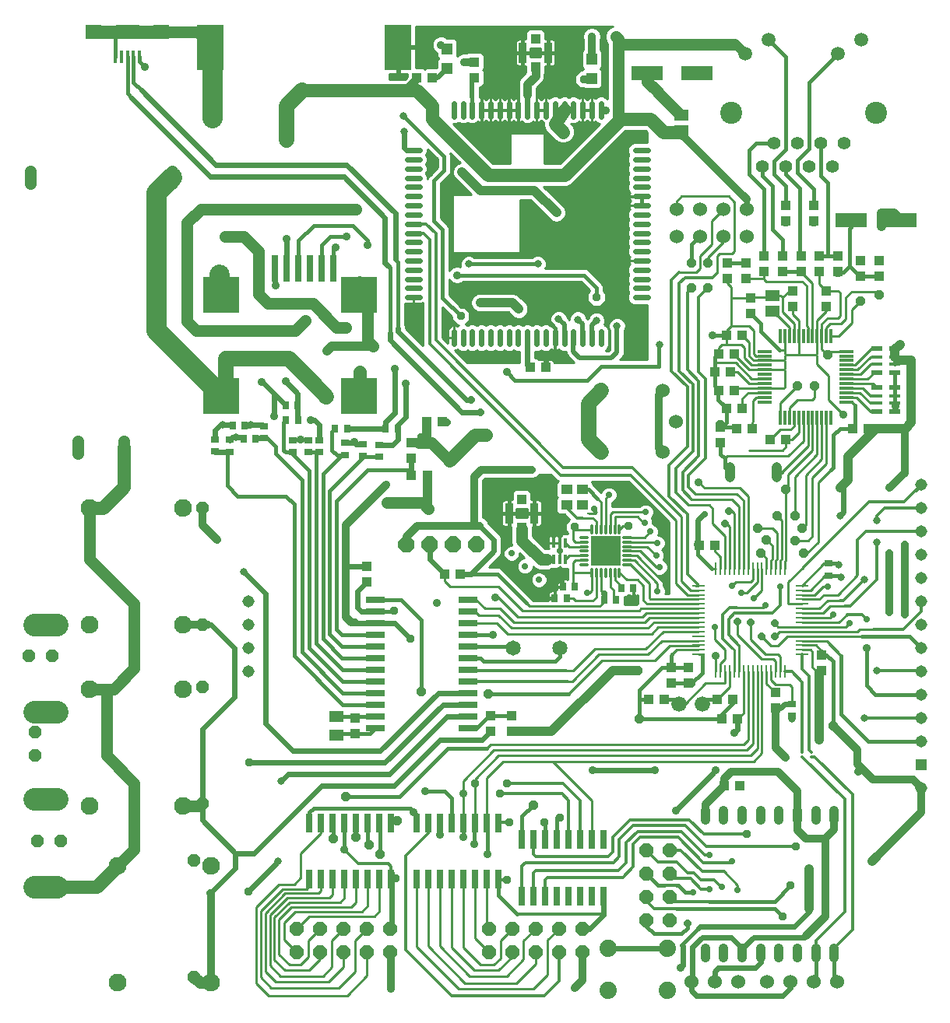
<source format=gtl>
G75*
G70*
%OFA0B0*%
%FSLAX24Y24*%
%IPPOS*%
%LPD*%
%AMOC8*
5,1,8,0,0,1.08239X$1,22.5*
%
%ADD10R,0.0394X0.0433*%
%ADD11R,0.0433X0.0394*%
%ADD12R,0.0354X0.0276*%
%ADD13R,0.0276X0.0354*%
%ADD14R,0.0630X0.0512*%
%ADD15R,0.1378X0.0630*%
%ADD16C,0.0594*%
%ADD17C,0.0945*%
%ADD18C,0.0554*%
%ADD19C,0.0236*%
%ADD20R,0.0260X0.0800*%
%ADD21R,0.0800X0.0260*%
%ADD22R,0.0472X0.0472*%
%ADD23C,0.0440*%
%ADD24R,0.0110X0.0580*%
%ADD25R,0.0580X0.0110*%
%ADD26R,0.0118X0.0591*%
%ADD27R,0.0591X0.0118*%
%ADD28C,0.0650*%
%ADD29C,0.0600*%
%ADD30OC8,0.0600*%
%ADD31R,0.0591X0.0512*%
%ADD32C,0.0740*%
%ADD33C,0.0660*%
%ADD34C,0.0397*%
%ADD35R,0.0169X0.0110*%
%ADD36R,0.0335X0.0866*%
%ADD37R,0.0394X0.0413*%
%ADD38R,0.0295X0.1181*%
%ADD39R,0.1181X0.1969*%
%ADD40C,0.0760*%
%ADD41OC8,0.0520*%
%ADD42C,0.0974*%
%ADD43C,0.0515*%
%ADD44R,0.0515X0.0515*%
%ADD45R,0.0453X0.0173*%
%ADD46R,0.0453X0.0248*%
%ADD47C,0.0118*%
%ADD48R,0.1280X0.1280*%
%ADD49R,0.0472X0.0394*%
%ADD50R,0.0138X0.0098*%
%ADD51R,0.0098X0.0138*%
%ADD52R,0.0138X0.0394*%
%ADD53R,0.0157X0.0551*%
%ADD54R,0.0709X0.0591*%
%ADD55R,0.0984X0.0591*%
%ADD56C,0.0515*%
%ADD57R,0.1575X0.1575*%
%ADD58OC8,0.0700*%
%ADD59C,0.0100*%
%ADD60OC8,0.0396*%
%ADD61C,0.0160*%
%ADD62C,0.0357*%
%ADD63C,0.0400*%
%ADD64C,0.0500*%
%ADD65C,0.0396*%
%ADD66C,0.0240*%
%ADD67C,0.0317*%
%ADD68C,0.0320*%
%ADD69C,0.0120*%
%ADD70OC8,0.0317*%
%ADD71OC8,0.0278*%
%ADD72OC8,0.0357*%
%ADD73C,0.0560*%
%ADD74C,0.0278*%
%ADD75C,0.0860*%
%ADD76C,0.0660*%
%ADD77C,0.0197*%
%ADD78C,0.0228*%
%ADD79C,0.0217*%
%ADD80C,0.0154*%
%ADD81C,0.0366*%
%ADD82C,0.0039*%
D10*
X017538Y012979D03*
X017538Y013648D03*
X018030Y019475D03*
X018030Y020144D03*
X021387Y019810D03*
X022056Y019810D03*
X019950Y024790D03*
X019950Y025459D03*
X023345Y013747D03*
X023345Y013078D03*
X024231Y013078D03*
X024231Y013747D03*
X031072Y015144D03*
X031072Y015814D03*
X031810Y015814D03*
X031810Y015144D03*
X035550Y014731D03*
X035550Y014062D03*
X037519Y015686D03*
X037519Y016355D03*
X033188Y025430D03*
X033188Y026099D03*
X033887Y026060D03*
X034556Y026060D03*
X038857Y026060D03*
X039526Y026060D03*
X037715Y031286D03*
X037715Y031956D03*
X037420Y032763D03*
X037420Y033432D03*
X036288Y031956D03*
X036288Y031286D03*
X035845Y032763D03*
X035845Y033432D03*
X035058Y033432D03*
X035058Y032763D03*
X034467Y031660D03*
X034467Y030991D03*
X033483Y032467D03*
X033483Y033137D03*
X020845Y041080D03*
X020176Y041080D03*
D11*
X022637Y041089D03*
X022637Y041759D03*
X033444Y030046D03*
X034113Y030046D03*
X033769Y029259D03*
X033099Y029259D03*
X032952Y028471D03*
X033621Y028471D03*
X033769Y027684D03*
X033444Y026896D03*
X034113Y026896D03*
X033099Y027684D03*
X035314Y025568D03*
X035983Y025568D03*
X032932Y021040D03*
X032263Y021040D03*
X033050Y014446D03*
X033719Y014446D03*
X033916Y013609D03*
X033247Y013609D03*
X030767Y014446D03*
X030097Y014446D03*
X033345Y010755D03*
X034015Y010755D03*
X020629Y024042D03*
X019959Y024042D03*
X020599Y026355D03*
X021269Y026355D03*
X025028Y028668D03*
X025698Y028668D03*
X034270Y032467D03*
X034270Y033137D03*
X035993Y034928D03*
X035993Y035597D03*
X037174Y035597D03*
X037174Y034928D03*
X036633Y033432D03*
X036633Y032763D03*
X038207Y032763D03*
X038207Y033432D03*
X039192Y033235D03*
X039192Y032566D03*
X039979Y032566D03*
X039979Y033235D03*
D12*
X037814Y020263D03*
X037814Y019751D03*
X036239Y014259D03*
X036239Y013747D03*
X018581Y024839D03*
X018581Y025351D03*
X017863Y025391D03*
X017863Y024879D03*
X017115Y024918D03*
X017115Y025430D03*
X016013Y025548D03*
X015540Y025548D03*
X015540Y025036D03*
X016013Y025036D03*
X014871Y025036D03*
X014871Y025548D03*
X013631Y025637D03*
X013631Y026148D03*
X012164Y025568D03*
X012164Y025056D03*
X011544Y025071D03*
X011544Y025582D03*
D13*
X012302Y026173D03*
X012774Y025627D03*
X012814Y026173D03*
X013286Y025627D03*
X014585Y026424D03*
X015097Y026424D03*
X015078Y027054D03*
X014566Y027054D03*
X016692Y026060D03*
X017204Y026060D03*
X018857Y026060D03*
X019369Y026060D03*
X026436Y019269D03*
X026603Y018776D03*
X026091Y018776D03*
X026948Y019269D03*
X028207Y018727D03*
X028719Y018727D03*
X028946Y019219D03*
X029457Y019219D03*
D14*
X016751Y013707D03*
X016751Y012920D03*
D15*
X038769Y034967D03*
X040894Y034967D03*
X032184Y041267D03*
X030058Y041267D03*
D16*
X034241Y042105D03*
X035241Y042704D03*
X038221Y042105D03*
X039221Y042704D03*
D17*
X039831Y039574D03*
X033631Y039574D03*
D18*
X035481Y038274D03*
X036481Y038274D03*
X037481Y038274D03*
X038481Y038274D03*
X037981Y037274D03*
X036981Y037274D03*
X035981Y037274D03*
X034981Y037274D03*
D19*
X030077Y037182D02*
X029527Y037182D01*
X029527Y037576D02*
X030077Y037576D01*
X030077Y037969D02*
X029527Y037969D01*
X029527Y036788D02*
X030077Y036788D01*
X030077Y036394D02*
X029527Y036394D01*
X029527Y036001D02*
X030077Y036001D01*
X030077Y035607D02*
X029527Y035607D01*
X029527Y035213D02*
X030077Y035213D01*
X030077Y034820D02*
X029527Y034820D01*
X029527Y034426D02*
X030077Y034426D01*
X030077Y034032D02*
X029527Y034032D01*
X029527Y033639D02*
X030077Y033639D01*
X030077Y033245D02*
X029527Y033245D01*
X029527Y032851D02*
X030077Y032851D01*
X030077Y032457D02*
X029527Y032457D01*
X029527Y032064D02*
X030077Y032064D01*
X030077Y031670D02*
X029527Y031670D01*
X028070Y030213D02*
X028070Y029663D01*
X027676Y029663D02*
X027676Y030213D01*
X027282Y030213D02*
X027282Y029663D01*
X026889Y029663D02*
X026889Y030213D01*
X026495Y030213D02*
X026495Y029663D01*
X026101Y029663D02*
X026101Y030213D01*
X025707Y030213D02*
X025707Y029663D01*
X025314Y029663D02*
X025314Y030213D01*
X024920Y030213D02*
X024920Y029663D01*
X024526Y029663D02*
X024526Y030213D01*
X024133Y030213D02*
X024133Y029663D01*
X023739Y029663D02*
X023739Y030213D01*
X023345Y030213D02*
X023345Y029663D01*
X022952Y029663D02*
X022952Y030213D01*
X022558Y030213D02*
X022558Y029663D01*
X022164Y029663D02*
X022164Y030213D01*
X021770Y030213D02*
X021770Y029663D01*
X020313Y031670D02*
X019763Y031670D01*
X019763Y032064D02*
X020313Y032064D01*
X020313Y032457D02*
X019763Y032457D01*
X019763Y032851D02*
X020313Y032851D01*
X020313Y033245D02*
X019763Y033245D01*
X019763Y033639D02*
X020313Y033639D01*
X020313Y034032D02*
X019763Y034032D01*
X019763Y034426D02*
X020313Y034426D01*
X020313Y034820D02*
X019763Y034820D01*
X019763Y035213D02*
X020313Y035213D01*
X020313Y035607D02*
X019763Y035607D01*
X019763Y036001D02*
X020313Y036001D01*
X020313Y036394D02*
X019763Y036394D01*
X019763Y036788D02*
X020313Y036788D01*
X020313Y037182D02*
X019763Y037182D01*
X019763Y037576D02*
X020313Y037576D01*
X020313Y037969D02*
X019763Y037969D01*
X021770Y039427D02*
X021770Y039977D01*
X022164Y039977D02*
X022164Y039427D01*
X022558Y039427D02*
X022558Y039977D01*
X022952Y039977D02*
X022952Y039427D01*
X023345Y039427D02*
X023345Y039977D01*
X023739Y039977D02*
X023739Y039427D01*
X024133Y039427D02*
X024133Y039977D01*
X024526Y039977D02*
X024526Y039427D01*
X024920Y039427D02*
X024920Y039977D01*
X025314Y039977D02*
X025314Y039427D01*
X025707Y039427D02*
X025707Y039977D01*
X026101Y039977D02*
X026101Y039427D01*
X026495Y039427D02*
X026495Y039977D01*
X026889Y039977D02*
X026889Y039427D01*
X027282Y039427D02*
X027282Y039977D01*
X027676Y039977D02*
X027676Y039427D01*
X028070Y039427D02*
X028070Y039977D01*
D20*
X023668Y009160D03*
X023168Y009160D03*
X022668Y009160D03*
X022168Y009160D03*
X021668Y009160D03*
X021168Y009160D03*
X020668Y009160D03*
X020168Y009160D03*
X019091Y009160D03*
X018591Y009160D03*
X018091Y009160D03*
X017591Y009160D03*
X017091Y009160D03*
X016591Y009160D03*
X016091Y009160D03*
X015591Y009160D03*
X015591Y006740D03*
X016091Y006740D03*
X016591Y006740D03*
X017091Y006740D03*
X017591Y006740D03*
X018091Y006740D03*
X018591Y006740D03*
X019091Y006740D03*
X020168Y006740D03*
X020668Y006740D03*
X021168Y006740D03*
X021668Y006740D03*
X022168Y006740D03*
X022668Y006740D03*
X023168Y006740D03*
X023668Y006740D03*
X024682Y006027D03*
X025182Y006027D03*
X025682Y006027D03*
X026182Y006027D03*
X026682Y006027D03*
X027182Y006027D03*
X027682Y006027D03*
X028182Y006027D03*
X028182Y008447D03*
X027682Y008447D03*
X027182Y008447D03*
X026682Y008447D03*
X026182Y008447D03*
X025682Y008447D03*
X025182Y008447D03*
X024682Y008447D03*
D21*
X022373Y013221D03*
X022373Y013721D03*
X022373Y014221D03*
X022373Y014721D03*
X022373Y015221D03*
X022373Y015721D03*
X022373Y016221D03*
X022373Y016721D03*
X022373Y017221D03*
X022373Y017721D03*
X022373Y018221D03*
X022373Y018721D03*
X018413Y018721D03*
X018413Y018221D03*
X018413Y017721D03*
X018413Y017221D03*
X018413Y016721D03*
X018413Y016221D03*
X018413Y015721D03*
X018413Y015221D03*
X018413Y014721D03*
X018413Y014221D03*
X018413Y013721D03*
X018413Y013221D03*
D22*
X027676Y041050D03*
X027676Y041877D03*
X021475Y041493D03*
X021475Y042320D03*
D23*
X033566Y024410D02*
X033566Y023970D01*
X035566Y023970D02*
X035566Y024410D01*
D24*
X035547Y020051D03*
X035357Y020051D03*
X035157Y020051D03*
X034957Y020051D03*
X034767Y020051D03*
X034567Y020051D03*
X034367Y020051D03*
X034167Y020051D03*
X033977Y020051D03*
X033777Y020051D03*
X033577Y020051D03*
X033387Y020051D03*
X033187Y020051D03*
X032987Y020051D03*
X035747Y020051D03*
X035947Y020051D03*
X035947Y015631D03*
X035747Y015631D03*
X035547Y015631D03*
X035357Y015631D03*
X035157Y015631D03*
X034957Y015631D03*
X034767Y015631D03*
X034567Y015631D03*
X034367Y015631D03*
X034167Y015631D03*
X033977Y015631D03*
X033777Y015631D03*
X033577Y015631D03*
X033387Y015631D03*
X033187Y015631D03*
X032987Y015631D03*
D25*
X032257Y016361D03*
X032257Y016561D03*
X032257Y016761D03*
X032257Y016951D03*
X032257Y017151D03*
X032257Y017351D03*
X032257Y017541D03*
X032257Y017741D03*
X032257Y017941D03*
X032257Y018141D03*
X032257Y018331D03*
X032257Y018531D03*
X032257Y018731D03*
X032257Y018921D03*
X032257Y019121D03*
X032257Y019321D03*
X036677Y019321D03*
X036677Y019121D03*
X036677Y018921D03*
X036677Y018731D03*
X036677Y018531D03*
X036677Y018331D03*
X036677Y018141D03*
X036677Y017941D03*
X036677Y017741D03*
X036677Y017541D03*
X036677Y017351D03*
X036677Y017151D03*
X036677Y016951D03*
X036677Y016761D03*
X036677Y016561D03*
X036677Y016361D03*
D26*
X036731Y026522D03*
X036534Y026522D03*
X036337Y026522D03*
X036141Y026522D03*
X035944Y026522D03*
X035747Y026522D03*
X036928Y026522D03*
X037125Y026522D03*
X037322Y026522D03*
X037519Y026522D03*
X037715Y026522D03*
X037912Y026522D03*
X037912Y030026D03*
X037715Y030026D03*
X037519Y030026D03*
X037322Y030026D03*
X037125Y030026D03*
X036928Y030026D03*
X036731Y030026D03*
X036534Y030026D03*
X036337Y030026D03*
X036141Y030026D03*
X035944Y030026D03*
X035747Y030026D03*
D27*
X035078Y029357D03*
X035078Y029160D03*
X035078Y028963D03*
X035078Y028767D03*
X035078Y028570D03*
X035078Y028373D03*
X035078Y028176D03*
X035078Y027979D03*
X035078Y027782D03*
X035078Y027585D03*
X035078Y027389D03*
X035078Y027192D03*
X038581Y027192D03*
X038581Y027389D03*
X038581Y027585D03*
X038581Y027782D03*
X038581Y027979D03*
X038581Y028176D03*
X038581Y028373D03*
X038581Y028570D03*
X038581Y028767D03*
X038581Y028963D03*
X038581Y029160D03*
X038581Y029357D03*
D28*
X026314Y016660D03*
X024314Y016660D03*
D29*
X028080Y025036D03*
X027528Y026355D03*
X028080Y027674D03*
X030717Y027674D03*
X031269Y026355D03*
X030717Y025036D03*
X031294Y034278D03*
X032294Y034278D03*
X033294Y034278D03*
X033294Y035459D03*
X032294Y035459D03*
X031294Y035459D03*
X034294Y035459D03*
X034294Y034278D03*
X033942Y002339D03*
X032942Y002339D03*
X031942Y002339D03*
X035182Y002339D03*
X036182Y002339D03*
X037182Y002339D03*
X038182Y002339D03*
D30*
X031020Y004973D03*
X030020Y004973D03*
X030020Y005973D03*
X030020Y006973D03*
X030020Y007973D03*
X031020Y007973D03*
X031020Y006973D03*
X031020Y005973D03*
X027265Y004621D03*
X026265Y004621D03*
X025265Y004621D03*
X025265Y003621D03*
X026265Y003621D03*
X027265Y003621D03*
X024265Y003621D03*
X023265Y003621D03*
X023265Y004621D03*
X024265Y004621D03*
X019046Y004621D03*
X018046Y004621D03*
X017046Y004621D03*
X016046Y004621D03*
X015046Y004621D03*
X015046Y003621D03*
X016046Y003621D03*
X017046Y003621D03*
X018046Y003621D03*
X019046Y003621D03*
D31*
X035402Y031089D03*
X035402Y031759D03*
X031515Y038816D03*
X031515Y039485D03*
D32*
X030924Y003771D03*
X030924Y001991D03*
X028364Y001991D03*
X028364Y003771D03*
D33*
X031408Y014249D03*
X032408Y014249D03*
D34*
X032538Y009675D02*
X032538Y009278D01*
X033326Y009278D02*
X033326Y009675D01*
X034113Y009675D02*
X034113Y009278D01*
X034900Y009278D02*
X034900Y009675D01*
X035688Y009675D02*
X035688Y009278D01*
X036475Y009278D02*
X036475Y009675D01*
X037263Y009675D02*
X037263Y009278D01*
X038050Y009278D02*
X038050Y009675D01*
X038050Y003767D02*
X038050Y003370D01*
X037263Y003370D02*
X037263Y003767D01*
X036475Y003767D02*
X036475Y003370D01*
X035688Y003370D02*
X035688Y003767D01*
X034900Y003767D02*
X034900Y003370D01*
X034113Y003370D02*
X034113Y003767D01*
X033326Y003767D02*
X033326Y003370D01*
X032538Y003370D02*
X032538Y003767D01*
D35*
X036682Y011983D03*
X036682Y012184D03*
X037076Y012184D03*
X037076Y011983D03*
D36*
X025215Y022418D03*
X024133Y022418D03*
X024723Y042152D03*
X025806Y042152D03*
D37*
X025265Y041552D03*
X025265Y042753D03*
X024674Y023019D03*
X024674Y021818D03*
D38*
X016621Y032918D03*
X016121Y032918D03*
X015621Y032918D03*
X015121Y032918D03*
X014621Y032918D03*
X014121Y032918D03*
D39*
X011341Y042379D03*
X019393Y042379D03*
D40*
X010188Y022654D03*
X006188Y022654D03*
X006188Y017654D03*
X006188Y014879D03*
X010188Y014879D03*
X010188Y017654D03*
X010188Y009879D03*
X011369Y007300D03*
X007369Y007300D03*
X006188Y009879D03*
X007369Y002300D03*
X011369Y002300D03*
D41*
X010648Y002546D03*
X010648Y007546D03*
X011008Y009962D03*
X011008Y014962D03*
X011008Y017635D03*
X011008Y022635D03*
X004593Y016296D03*
X003593Y016296D03*
X003828Y013056D03*
X003828Y012056D03*
X003948Y008393D03*
X004948Y008393D03*
D42*
X004787Y006424D02*
X003813Y006424D01*
X003813Y010164D02*
X004787Y010164D01*
X004787Y013904D02*
X003813Y013904D01*
X003813Y017644D02*
X004787Y017644D01*
D43*
X012975Y017652D03*
X012975Y016652D03*
X012975Y015652D03*
X012975Y018652D03*
X041786Y018652D03*
X041786Y019652D03*
X041786Y020652D03*
X041786Y021652D03*
X041786Y022652D03*
X041786Y023652D03*
X041786Y017652D03*
X041786Y016652D03*
X041786Y015652D03*
X041786Y014652D03*
X041786Y013652D03*
X041786Y012652D03*
X041786Y010652D03*
D44*
X041786Y011652D03*
D45*
X040658Y027133D03*
X040658Y027448D03*
X039891Y027448D03*
X039891Y027133D03*
X039891Y028806D03*
X039891Y029121D03*
X040658Y029121D03*
X040658Y028806D03*
D46*
X040658Y028454D03*
X040658Y027800D03*
X039891Y027800D03*
X039891Y028454D03*
X039891Y029473D03*
X040658Y029473D03*
X040658Y026780D03*
X039891Y026780D03*
D47*
X029339Y021385D02*
X029045Y021385D01*
X029045Y021188D02*
X029339Y021188D01*
X029339Y020991D02*
X029045Y020991D01*
X029045Y020794D02*
X029339Y020794D01*
X029339Y020597D02*
X029045Y020597D01*
X029045Y020400D02*
X029339Y020400D01*
X029339Y020204D02*
X029045Y020204D01*
X028857Y020016D02*
X028857Y019722D01*
X028660Y019722D02*
X028660Y020016D01*
X028463Y020016D02*
X028463Y019722D01*
X028267Y019722D02*
X028267Y020016D01*
X028070Y020016D02*
X028070Y019722D01*
X027873Y019722D02*
X027873Y020016D01*
X027676Y020016D02*
X027676Y019722D01*
X027488Y020204D02*
X027194Y020204D01*
X027194Y020400D02*
X027488Y020400D01*
X027488Y020597D02*
X027194Y020597D01*
X027194Y020794D02*
X027488Y020794D01*
X027488Y020991D02*
X027194Y020991D01*
X027194Y021188D02*
X027488Y021188D01*
X027488Y021385D02*
X027194Y021385D01*
X027676Y021572D02*
X027676Y021866D01*
X027873Y021866D02*
X027873Y021572D01*
X028070Y021572D02*
X028070Y021866D01*
X028267Y021866D02*
X028267Y021572D01*
X028463Y021572D02*
X028463Y021866D01*
X028660Y021866D02*
X028660Y021572D01*
X028857Y021572D02*
X028857Y021866D01*
D48*
X028267Y020794D03*
D49*
X027272Y022772D03*
X026603Y022772D03*
X026603Y023442D03*
X027272Y023442D03*
D50*
X027528Y022418D03*
X027528Y022221D03*
D51*
X027873Y022467D03*
X028070Y022467D03*
D52*
X026554Y021148D03*
X026298Y021148D03*
X026042Y021148D03*
X026042Y020440D03*
X026298Y020440D03*
X026554Y020440D03*
D53*
X008306Y041975D03*
X008050Y041975D03*
X007794Y041975D03*
X007538Y041975D03*
X007282Y041975D03*
D54*
X006337Y043038D03*
X009251Y043038D03*
D55*
X007794Y043038D03*
D56*
X009694Y037075D02*
X009694Y036560D01*
X003631Y036560D02*
X003631Y037075D01*
X005678Y025500D02*
X005678Y024985D01*
X007646Y024985D02*
X007646Y025500D01*
D57*
X011810Y027438D03*
X011810Y031769D03*
X017715Y031769D03*
X017715Y027438D03*
D58*
X019739Y021092D03*
X020739Y021092D03*
X021739Y021092D03*
X022739Y021092D03*
D59*
X023452Y021794D02*
X024214Y021794D01*
X024214Y021821D02*
X024214Y021321D01*
X024211Y021315D01*
X024214Y021230D01*
X024214Y021146D01*
X024217Y021139D01*
X024217Y021132D01*
X024252Y021055D01*
X024256Y021045D01*
X024162Y021045D01*
X024033Y020992D01*
X023935Y020893D01*
X023882Y020765D01*
X023882Y020626D01*
X023935Y020498D01*
X024033Y020400D01*
X024162Y020347D01*
X024301Y020347D01*
X024429Y020400D01*
X024527Y020498D01*
X024580Y020626D01*
X024580Y020694D01*
X024782Y020503D01*
X024752Y020503D01*
X024624Y020450D01*
X024526Y020352D01*
X024473Y020224D01*
X024473Y020085D01*
X024526Y019957D01*
X024624Y019858D01*
X024752Y019805D01*
X024891Y019805D01*
X025019Y019858D01*
X025118Y019957D01*
X025171Y020085D01*
X025171Y020138D01*
X025190Y020119D01*
X025171Y020119D01*
X025190Y020119D02*
X025250Y020060D01*
X025257Y020057D01*
X025262Y020052D01*
X025341Y020022D01*
X025419Y019990D01*
X025426Y019990D01*
X025433Y019987D01*
X025518Y019990D01*
X025848Y019990D01*
X025953Y020033D01*
X026198Y020033D01*
X026258Y020093D01*
X026298Y020093D01*
X026298Y020133D01*
X026298Y020133D01*
X026298Y020133D01*
X026298Y020093D01*
X026338Y020093D01*
X026398Y020033D01*
X026629Y020033D01*
X026629Y019586D01*
X026593Y019596D01*
X026455Y019596D01*
X026455Y019287D01*
X026417Y019287D01*
X026417Y019250D01*
X026148Y019250D01*
X026148Y019104D01*
X026110Y019104D01*
X026110Y018795D01*
X026072Y018795D01*
X026072Y018757D01*
X025804Y018757D01*
X025804Y018692D01*
X025138Y018692D01*
X025117Y018744D01*
X023886Y019974D01*
X023805Y020056D01*
X023698Y020100D01*
X023265Y020100D01*
X023773Y020607D01*
X023823Y020728D01*
X023823Y021352D01*
X023773Y021473D01*
X023680Y021566D01*
X023241Y022005D01*
X023201Y022101D01*
X023097Y022205D01*
X023026Y022235D01*
X023026Y023840D01*
X023105Y023918D01*
X025191Y023918D01*
X025327Y023975D01*
X025431Y024079D01*
X025436Y024091D01*
X025916Y024091D01*
X026194Y023813D01*
X026230Y023799D01*
X026157Y023726D01*
X026157Y023158D01*
X026208Y023107D01*
X026157Y023056D01*
X026157Y022489D01*
X026280Y022366D01*
X026510Y022366D01*
X026718Y022157D01*
X026549Y021988D01*
X026549Y021667D01*
X026629Y021587D01*
X026629Y021555D01*
X026398Y021555D01*
X026338Y021495D01*
X026298Y021495D01*
X026209Y021495D01*
X026171Y021485D01*
X026170Y021484D01*
X026169Y021485D01*
X026131Y021495D01*
X026042Y021495D01*
X025953Y021495D01*
X025915Y021485D01*
X025881Y021465D01*
X025853Y021437D01*
X025833Y021403D01*
X025823Y021365D01*
X025823Y021148D01*
X025823Y020932D01*
X025829Y020910D01*
X025693Y020910D01*
X025134Y021436D01*
X025134Y021821D01*
X025128Y021835D01*
X025182Y021835D01*
X025182Y022384D01*
X025249Y022384D01*
X025249Y021835D01*
X025402Y021835D01*
X025441Y021845D01*
X025475Y021865D01*
X025503Y021893D01*
X025522Y021927D01*
X025533Y021965D01*
X025533Y022384D01*
X025249Y022384D01*
X025249Y022452D01*
X025182Y022452D01*
X025182Y023001D01*
X025081Y023001D01*
X025081Y023312D01*
X024958Y023435D01*
X024390Y023435D01*
X024267Y023312D01*
X024267Y023001D01*
X024166Y023001D01*
X024166Y022452D01*
X024099Y022452D01*
X024099Y023001D01*
X023946Y023001D01*
X023907Y022991D01*
X023873Y022971D01*
X023845Y022943D01*
X023826Y022909D01*
X023815Y022871D01*
X023815Y022452D01*
X024099Y022452D01*
X024099Y022384D01*
X024166Y022384D01*
X024166Y021835D01*
X024220Y021835D01*
X024214Y021821D01*
X024166Y021892D02*
X024099Y021892D01*
X024099Y021835D02*
X024099Y022384D01*
X023815Y022384D01*
X023815Y021965D01*
X023826Y021927D01*
X023845Y021893D01*
X023873Y021865D01*
X023907Y021845D01*
X023946Y021835D01*
X024099Y021835D01*
X024099Y021991D02*
X024166Y021991D01*
X024166Y022089D02*
X024099Y022089D01*
X024099Y022188D02*
X024166Y022188D01*
X024166Y022286D02*
X024099Y022286D01*
X024099Y022385D02*
X023026Y022385D01*
X023026Y022483D02*
X023815Y022483D01*
X023815Y022582D02*
X023026Y022582D01*
X023026Y022680D02*
X023815Y022680D01*
X023815Y022779D02*
X023026Y022779D01*
X023026Y022877D02*
X023817Y022877D01*
X023881Y022976D02*
X023026Y022976D01*
X023026Y023074D02*
X024267Y023074D01*
X024267Y023173D02*
X023026Y023173D01*
X023026Y023271D02*
X024267Y023271D01*
X024325Y023370D02*
X023026Y023370D01*
X023026Y023468D02*
X026157Y023468D01*
X026157Y023370D02*
X025023Y023370D01*
X025081Y023271D02*
X026157Y023271D01*
X026157Y023173D02*
X025081Y023173D01*
X025081Y023074D02*
X026175Y023074D01*
X026157Y022976D02*
X025467Y022976D01*
X025475Y022971D02*
X025441Y022991D01*
X025402Y023001D01*
X025249Y023001D01*
X025249Y022452D01*
X025533Y022452D01*
X025533Y022871D01*
X025522Y022909D01*
X025503Y022943D01*
X025475Y022971D01*
X025531Y022877D02*
X026157Y022877D01*
X026157Y022779D02*
X025533Y022779D01*
X025533Y022680D02*
X026157Y022680D01*
X026157Y022582D02*
X025533Y022582D01*
X025533Y022483D02*
X026162Y022483D01*
X026261Y022385D02*
X025249Y022385D01*
X025182Y022385D02*
X024166Y022385D01*
X024166Y022384D02*
X024166Y022452D01*
X024450Y022452D01*
X024450Y022602D01*
X024898Y022602D01*
X024898Y022452D01*
X025182Y022452D01*
X025182Y022384D01*
X024898Y022384D01*
X024898Y022234D01*
X024450Y022234D01*
X024450Y022384D01*
X024166Y022384D01*
X024166Y022483D02*
X024099Y022483D01*
X024099Y022582D02*
X024166Y022582D01*
X024166Y022680D02*
X024099Y022680D01*
X024099Y022779D02*
X024166Y022779D01*
X024166Y022877D02*
X024099Y022877D01*
X024099Y022976D02*
X024166Y022976D01*
X024450Y022582D02*
X024898Y022582D01*
X024898Y022483D02*
X024450Y022483D01*
X024450Y022286D02*
X024898Y022286D01*
X025182Y022286D02*
X025249Y022286D01*
X025249Y022188D02*
X025182Y022188D01*
X025182Y022089D02*
X025249Y022089D01*
X025249Y021991D02*
X025182Y021991D01*
X025182Y021892D02*
X025249Y021892D01*
X025134Y021794D02*
X026549Y021794D01*
X026549Y021892D02*
X025502Y021892D01*
X025533Y021991D02*
X026552Y021991D01*
X026650Y022089D02*
X025533Y022089D01*
X025533Y022188D02*
X026688Y022188D01*
X026589Y022286D02*
X025533Y022286D01*
X025249Y022483D02*
X025182Y022483D01*
X025182Y022582D02*
X025249Y022582D01*
X025249Y022680D02*
X025182Y022680D01*
X025182Y022779D02*
X025249Y022779D01*
X025249Y022877D02*
X025182Y022877D01*
X025182Y022976D02*
X025249Y022976D01*
X025294Y023961D02*
X026047Y023961D01*
X026145Y023862D02*
X023049Y023862D01*
X023026Y023764D02*
X026195Y023764D01*
X026157Y023665D02*
X023026Y023665D01*
X023026Y023567D02*
X026157Y023567D01*
X025948Y024059D02*
X025411Y024059D01*
X026603Y022772D02*
X026702Y022802D01*
X027282Y022221D02*
X027528Y022221D01*
X027725Y022221D01*
X027873Y022074D01*
X027873Y021719D01*
X028070Y021719D02*
X028070Y022467D01*
X028070Y022910D01*
X027922Y023058D01*
X028080Y023310D02*
X027719Y023671D01*
X027719Y023726D01*
X027672Y023772D01*
X029252Y023772D01*
X030973Y022050D01*
X030973Y018991D01*
X030826Y018991D01*
X030830Y019002D01*
X030830Y019141D01*
X030777Y019269D01*
X030741Y019305D01*
X030741Y019468D01*
X030702Y019563D01*
X030508Y019757D01*
X030510Y019756D01*
X030649Y019756D01*
X030777Y019809D01*
X030875Y019907D01*
X030929Y020036D01*
X030929Y020175D01*
X030875Y020303D01*
X030777Y020401D01*
X030736Y020418D01*
X030781Y020528D01*
X030781Y020667D01*
X030728Y020795D01*
X030679Y020843D01*
X030777Y020941D01*
X030830Y021069D01*
X030830Y021208D01*
X030777Y021336D01*
X030679Y021434D01*
X030551Y021488D01*
X030504Y021488D01*
X030535Y021561D01*
X030535Y021700D01*
X030482Y021828D01*
X030384Y021927D01*
X030289Y021966D01*
X030289Y022094D01*
X030236Y022221D01*
X030285Y022270D01*
X030338Y022398D01*
X030338Y022537D01*
X030285Y022665D01*
X030187Y022763D01*
X030058Y022816D01*
X029920Y022816D01*
X029791Y022763D01*
X029755Y022727D01*
X028527Y022727D01*
X028527Y022874D01*
X028612Y022910D01*
X028710Y023008D01*
X028763Y023136D01*
X028763Y023275D01*
X028710Y023403D01*
X028612Y023501D01*
X028484Y023555D01*
X028345Y023555D01*
X028216Y023501D01*
X028118Y023403D01*
X028080Y023310D01*
X028104Y023370D02*
X028020Y023370D01*
X027922Y023468D02*
X028183Y023468D01*
X028414Y023206D02*
X028267Y023058D01*
X028267Y021719D01*
X028463Y021719D02*
X028463Y022369D01*
X028562Y022467D01*
X029989Y022467D01*
X030338Y022483D02*
X030540Y022483D01*
X030639Y022385D02*
X030333Y022385D01*
X030292Y022286D02*
X030737Y022286D01*
X030836Y022188D02*
X030250Y022188D01*
X030289Y022089D02*
X030934Y022089D01*
X030973Y021991D02*
X030289Y021991D01*
X030418Y021892D02*
X030973Y021892D01*
X030973Y021794D02*
X030496Y021794D01*
X030535Y021695D02*
X030973Y021695D01*
X030973Y021597D02*
X030535Y021597D01*
X030509Y021498D02*
X030973Y021498D01*
X030973Y021400D02*
X030713Y021400D01*
X030791Y021301D02*
X030973Y021301D01*
X030973Y021203D02*
X030830Y021203D01*
X030830Y021104D02*
X030973Y021104D01*
X030973Y021006D02*
X030804Y021006D01*
X030744Y020907D02*
X030973Y020907D01*
X030973Y020809D02*
X030714Y020809D01*
X030763Y020710D02*
X030973Y020710D01*
X030973Y020612D02*
X030781Y020612D01*
X030775Y020513D02*
X030973Y020513D01*
X030973Y020415D02*
X030744Y020415D01*
X030862Y020316D02*
X030973Y020316D01*
X030973Y020218D02*
X030911Y020218D01*
X030929Y020119D02*
X030973Y020119D01*
X030973Y020021D02*
X030922Y020021D01*
X030882Y019922D02*
X030973Y019922D01*
X030973Y019824D02*
X030792Y019824D01*
X030973Y019725D02*
X030540Y019725D01*
X030638Y019627D02*
X030973Y019627D01*
X030973Y019528D02*
X030716Y019528D01*
X030741Y019430D02*
X030973Y019430D01*
X030973Y019331D02*
X030741Y019331D01*
X030792Y019233D02*
X030973Y019233D01*
X030924Y019269D02*
X030875Y019318D01*
X029595Y020597D01*
X029192Y020597D01*
X029192Y020400D02*
X029497Y020400D01*
X030481Y019416D01*
X030481Y019072D01*
X030830Y019036D02*
X030973Y019036D01*
X030973Y019134D02*
X030830Y019134D01*
X031269Y019416D02*
X031269Y022123D01*
X029349Y024042D01*
X029497Y024288D02*
X031515Y022270D01*
X031515Y019515D01*
X031908Y019121D01*
X032257Y019121D01*
X032257Y019121D01*
X032257Y018921D02*
X031763Y018921D01*
X031269Y019416D01*
X032105Y019318D02*
X032109Y019321D01*
X032257Y019321D01*
X032212Y019367D01*
X032204Y019367D01*
X032257Y018731D02*
X030182Y018731D01*
X030137Y018776D01*
X030137Y019416D01*
X029349Y020204D01*
X029192Y020204D01*
X028857Y019869D02*
X029162Y019564D01*
X029644Y019564D01*
X029891Y019318D01*
X029891Y018678D01*
X030037Y018531D01*
X032257Y018531D01*
X032257Y018331D02*
X029790Y018331D01*
X029694Y018235D01*
X024723Y018235D01*
X023690Y019269D01*
X021623Y019269D01*
X021387Y019505D01*
X021387Y019810D01*
X022378Y018727D02*
X022373Y018721D01*
X022711Y018721D01*
X023099Y018333D01*
X023739Y018333D01*
X024330Y017743D01*
X029940Y017743D01*
X030138Y017941D01*
X032257Y017941D01*
X032257Y017741D02*
X030332Y017741D01*
X030087Y017497D01*
X024231Y017497D01*
X023690Y018038D01*
X022853Y018038D01*
X022670Y018221D01*
X022373Y018221D01*
X022386Y018235D01*
X022465Y018629D02*
X022373Y018721D01*
X022416Y018678D01*
X022393Y017741D02*
X022373Y017721D01*
X023613Y017721D01*
X024083Y017251D01*
X030235Y017251D01*
X030526Y017541D01*
X032257Y017541D01*
X032257Y017351D02*
X032255Y017349D01*
X030727Y017349D01*
X029989Y016611D01*
X027824Y016611D01*
X026889Y015676D01*
X026593Y015676D01*
X026631Y015221D02*
X026828Y015221D01*
X027971Y016365D01*
X030087Y016365D01*
X030678Y016956D01*
X030875Y016956D01*
X030879Y016951D01*
X032257Y016951D01*
X032257Y016761D02*
X032255Y016759D01*
X031022Y016759D01*
X030383Y016119D01*
X028119Y016119D01*
X026692Y014692D01*
X024231Y013078D02*
X024231Y013068D01*
X023493Y012280D02*
X022168Y010956D01*
X022168Y010410D01*
X022168Y009160D01*
X022668Y009160D02*
X022668Y010853D01*
X022668Y011013D01*
X023690Y012034D01*
X034467Y012034D01*
X034767Y012334D01*
X034767Y015631D01*
X034957Y015631D02*
X034957Y012131D01*
X034615Y011788D01*
X026003Y011788D01*
X027676Y010115D01*
X027676Y008453D01*
X026003Y011788D02*
X023887Y011788D01*
X023168Y011070D01*
X023168Y009160D01*
X023168Y006740D02*
X023168Y004717D01*
X023265Y004621D01*
X023764Y004120D02*
X024265Y004621D01*
X024758Y004114D02*
X025265Y004621D01*
X025771Y004128D02*
X026265Y004621D01*
X025771Y004128D02*
X025771Y002649D01*
X025166Y002044D01*
X021967Y002044D01*
X020168Y003843D01*
X020168Y006740D01*
X020668Y006740D02*
X020668Y003875D01*
X022253Y002290D01*
X024428Y002290D01*
X025265Y003127D01*
X025265Y003621D01*
X024758Y003309D02*
X024758Y004114D01*
X024265Y003621D02*
X024265Y003406D01*
X023690Y002831D01*
X022656Y002831D01*
X021668Y003820D01*
X021668Y006740D01*
X021168Y006740D02*
X021168Y003877D01*
X022459Y002585D01*
X024034Y002585D01*
X024758Y003309D01*
X023764Y003348D02*
X023764Y004120D01*
X023265Y003621D02*
X022668Y004217D01*
X022668Y006740D01*
X022168Y006740D02*
X022168Y003812D01*
X022902Y003078D01*
X023493Y003078D01*
X023764Y003348D01*
X018591Y005361D02*
X018375Y005144D01*
X015570Y005144D01*
X015046Y004621D01*
X014507Y004869D02*
X014979Y005341D01*
X017833Y005341D01*
X018091Y005599D01*
X018091Y006740D01*
X017591Y006740D02*
X017591Y005739D01*
X017391Y005538D01*
X014822Y005538D01*
X014290Y005007D01*
X014290Y003520D01*
X014733Y003078D01*
X015225Y003078D01*
X015545Y003397D01*
X015545Y004120D01*
X016046Y004621D01*
X016544Y004119D02*
X017046Y004621D01*
X016544Y004119D02*
X016544Y002969D01*
X016160Y002585D01*
X014339Y002585D01*
X013896Y003028D01*
X013896Y005194D01*
X014635Y005932D01*
X016456Y005932D01*
X016591Y006068D01*
X016591Y006740D01*
X016091Y006740D02*
X016091Y006257D01*
X015963Y006129D01*
X014536Y006129D01*
X013700Y005292D01*
X013700Y002782D01*
X014143Y002339D01*
X016406Y002339D01*
X017046Y002979D01*
X017046Y003621D01*
X017543Y004118D02*
X018046Y004621D01*
X017543Y004118D02*
X017543Y002787D01*
X016849Y002093D01*
X013946Y002093D01*
X013503Y002536D01*
X013503Y005391D01*
X014438Y006326D01*
X015471Y006326D01*
X015591Y006446D01*
X015225Y006818D02*
X014930Y006522D01*
X014290Y006522D01*
X013306Y005538D01*
X013306Y002290D01*
X013847Y001749D01*
X017194Y001749D01*
X018046Y002601D01*
X018046Y003621D01*
X018591Y005361D02*
X018591Y006740D01*
X017091Y006740D02*
X017091Y005928D01*
X016898Y005735D01*
X014733Y005735D01*
X014093Y005095D01*
X014093Y003274D01*
X014536Y002831D01*
X015570Y002831D01*
X016046Y003308D01*
X016046Y003621D01*
X016046Y003505D01*
X015046Y003621D02*
X014507Y004160D01*
X014507Y004869D01*
X015225Y006818D02*
X015225Y007851D01*
X016091Y008717D01*
X016091Y009160D01*
X023168Y012349D02*
X023345Y012526D01*
X034172Y012526D01*
X034367Y012722D01*
X034367Y015631D01*
X034167Y015631D02*
X034167Y013860D01*
X033916Y013609D01*
X033050Y014446D02*
X033577Y014973D01*
X033577Y015631D01*
X033387Y015631D02*
X033387Y015135D01*
X032548Y015135D01*
X031662Y014249D01*
X031408Y014249D01*
X032987Y015631D02*
X032991Y015635D01*
X032991Y016316D01*
X033187Y015971D02*
X033187Y015631D01*
X033187Y015971D02*
X033385Y016168D01*
X033385Y016562D01*
X032942Y017005D01*
X032942Y017546D01*
X032257Y018141D02*
X029994Y018141D01*
X029841Y017989D01*
X024526Y017989D01*
X023690Y018826D01*
X023542Y018826D01*
X024332Y019528D02*
X025063Y019528D01*
X025063Y019494D02*
X025116Y019366D01*
X025214Y019268D01*
X025343Y019215D01*
X025482Y019215D01*
X025610Y019268D01*
X025708Y019366D01*
X025761Y019494D01*
X025761Y019633D01*
X025708Y019762D01*
X025610Y019860D01*
X025482Y019913D01*
X025343Y019913D01*
X025214Y019860D01*
X025116Y019762D01*
X025063Y019633D01*
X025063Y019494D01*
X025090Y019430D02*
X024431Y019430D01*
X024529Y019331D02*
X025151Y019331D01*
X025299Y019233D02*
X024628Y019233D01*
X024726Y019134D02*
X026148Y019134D01*
X026072Y019104D02*
X025934Y019104D01*
X025896Y019093D01*
X025861Y019074D01*
X025834Y019046D01*
X025814Y019011D01*
X025804Y018973D01*
X025804Y018795D01*
X026072Y018795D01*
X026072Y019104D01*
X026072Y019036D02*
X026110Y019036D01*
X026110Y018937D02*
X026072Y018937D01*
X026072Y018839D02*
X026110Y018839D01*
X025804Y018839D02*
X025022Y018839D01*
X025118Y018740D02*
X025804Y018740D01*
X025804Y018937D02*
X024923Y018937D01*
X024825Y019036D02*
X025828Y019036D01*
X025673Y019331D02*
X026148Y019331D01*
X026148Y019287D02*
X026417Y019287D01*
X026417Y019596D01*
X026278Y019596D01*
X026240Y019585D01*
X026206Y019566D01*
X026178Y019538D01*
X026158Y019504D01*
X026148Y019465D01*
X026148Y019287D01*
X026148Y019233D02*
X025525Y019233D01*
X025735Y019430D02*
X026148Y019430D01*
X026173Y019528D02*
X025761Y019528D01*
X025761Y019627D02*
X026629Y019627D01*
X026629Y019725D02*
X025723Y019725D01*
X025646Y019824D02*
X026629Y019824D01*
X026629Y019922D02*
X025083Y019922D01*
X025144Y020021D02*
X025344Y020021D01*
X025179Y019824D02*
X024936Y019824D01*
X025101Y019725D02*
X024135Y019725D01*
X024234Y019627D02*
X025063Y019627D01*
X024707Y019824D02*
X024037Y019824D01*
X023938Y019922D02*
X024560Y019922D01*
X024499Y020021D02*
X023840Y020021D01*
X024018Y020415D02*
X023580Y020415D01*
X023482Y020316D02*
X024511Y020316D01*
X024473Y020218D02*
X023383Y020218D01*
X023285Y020119D02*
X024473Y020119D01*
X024444Y020415D02*
X024589Y020415D01*
X024533Y020513D02*
X024772Y020513D01*
X024667Y020612D02*
X024574Y020612D01*
X024229Y021104D02*
X023823Y021104D01*
X023823Y021006D02*
X024068Y021006D01*
X023949Y020907D02*
X023823Y020907D01*
X023823Y020809D02*
X023900Y020809D01*
X023882Y020710D02*
X023815Y020710D01*
X023775Y020612D02*
X023888Y020612D01*
X023929Y020513D02*
X023679Y020513D01*
X023823Y021203D02*
X024214Y021203D01*
X024212Y021301D02*
X023823Y021301D01*
X023803Y021400D02*
X024214Y021400D01*
X024214Y021498D02*
X023747Y021498D01*
X023649Y021597D02*
X024214Y021597D01*
X024214Y021695D02*
X023550Y021695D01*
X023353Y021892D02*
X023846Y021892D01*
X023815Y021991D02*
X023255Y021991D01*
X023206Y022089D02*
X023815Y022089D01*
X023815Y022188D02*
X023115Y022188D01*
X023026Y022286D02*
X023815Y022286D01*
X025134Y021695D02*
X026549Y021695D01*
X026619Y021597D02*
X025134Y021597D01*
X025134Y021498D02*
X026341Y021498D01*
X026298Y021495D02*
X026298Y021455D01*
X026298Y021495D01*
X026298Y021455D02*
X026298Y021455D01*
X026042Y021495D02*
X026042Y021148D01*
X025823Y021148D01*
X026042Y021148D01*
X026042Y021148D01*
X026042Y021148D01*
X026275Y021148D01*
X026275Y021148D01*
X026261Y021148D01*
X026042Y021148D01*
X026042Y021495D01*
X026042Y021400D02*
X026042Y021400D01*
X026042Y021301D02*
X026042Y021301D01*
X026042Y021203D02*
X026042Y021203D01*
X026042Y021148D02*
X026042Y021148D01*
X025823Y021104D02*
X025486Y021104D01*
X025591Y021006D02*
X025823Y021006D01*
X025823Y021203D02*
X025381Y021203D01*
X025277Y021301D02*
X025823Y021301D01*
X025833Y021400D02*
X025172Y021400D01*
X025757Y020450D02*
X026032Y020450D01*
X026042Y020440D01*
X026298Y020440D02*
X026298Y021148D01*
X026554Y021148D02*
X026711Y020991D01*
X027341Y020991D01*
X027341Y021188D02*
X026987Y021188D01*
X026889Y021286D01*
X026889Y021729D01*
X026898Y021719D01*
X026938Y021719D01*
X026938Y021828D01*
X026938Y021719D02*
X027676Y021719D01*
X027774Y022418D02*
X027528Y022418D01*
X027824Y022418D01*
X027873Y022467D01*
X027774Y022418D02*
X027774Y022615D01*
X028527Y022779D02*
X029829Y022779D01*
X030048Y022976D02*
X028678Y022976D01*
X028738Y023074D02*
X029949Y023074D01*
X029851Y023173D02*
X028763Y023173D01*
X028763Y023271D02*
X029752Y023271D01*
X029654Y023370D02*
X028724Y023370D01*
X028645Y023468D02*
X029555Y023468D01*
X029457Y023567D02*
X027823Y023567D01*
X027725Y023665D02*
X029358Y023665D01*
X029260Y023764D02*
X027680Y023764D01*
X028534Y022877D02*
X030146Y022877D01*
X030149Y022779D02*
X030245Y022779D01*
X030270Y022680D02*
X030343Y022680D01*
X030319Y022582D02*
X030442Y022582D01*
X029940Y022024D02*
X029891Y022024D01*
X029644Y022270D01*
X028660Y022270D01*
X028660Y021719D01*
X028857Y021719D02*
X029015Y021877D01*
X029251Y021877D01*
X029192Y021385D02*
X029940Y021385D01*
X030186Y021631D01*
X030432Y021188D02*
X030481Y021139D01*
X030432Y021188D02*
X029192Y021188D01*
X029192Y020991D02*
X030038Y020991D01*
X030432Y020597D01*
X030432Y020105D02*
X029743Y020794D01*
X029192Y020794D01*
X028660Y019869D02*
X028660Y019564D01*
X028906Y019318D01*
X028946Y019219D01*
X028611Y019121D02*
X028611Y018835D01*
X028719Y018727D01*
X029067Y018740D02*
X029631Y018740D01*
X029631Y018642D02*
X029067Y018642D01*
X029067Y018543D02*
X029634Y018543D01*
X029643Y018552D02*
X029659Y018558D01*
X029631Y018626D01*
X029631Y018896D01*
X029615Y018892D01*
X029476Y018892D01*
X029476Y019200D01*
X029439Y019200D01*
X029439Y018892D01*
X029300Y018892D01*
X029262Y018902D01*
X029248Y018910D01*
X029170Y018832D01*
X029067Y018832D01*
X029067Y018495D01*
X029586Y018495D01*
X029643Y018552D01*
X029631Y018839D02*
X029177Y018839D01*
X029439Y018937D02*
X029476Y018937D01*
X029457Y018865D02*
X029497Y018826D01*
X029457Y018865D02*
X029457Y019219D01*
X029439Y019134D02*
X029476Y019134D01*
X029476Y019036D02*
X029439Y019036D01*
X028611Y019121D02*
X028463Y019269D01*
X028463Y019869D01*
X028070Y019869D02*
X028070Y019072D01*
X028168Y018973D01*
X028217Y018973D01*
X028267Y018678D01*
X028020Y018432D01*
X025019Y018432D01*
X024871Y018580D01*
X026417Y019331D02*
X026455Y019331D01*
X026455Y019430D02*
X026417Y019430D01*
X026417Y019528D02*
X026455Y019528D01*
X026889Y019367D02*
X026889Y019908D01*
X026928Y019869D01*
X027676Y019869D01*
X027676Y019121D01*
X027578Y019022D01*
X027479Y019022D01*
X027725Y018678D02*
X026987Y018678D01*
X026889Y018776D01*
X026603Y018776D01*
X026751Y018776D01*
X026948Y019269D02*
X026889Y019367D01*
X026889Y019908D02*
X026889Y020302D01*
X026987Y020400D01*
X027341Y020400D01*
X027341Y020597D02*
X026711Y020597D01*
X026554Y020440D01*
X026298Y020747D02*
X026298Y020747D01*
X026298Y020787D01*
X026258Y020787D01*
X026243Y020802D01*
X026298Y020802D01*
X026298Y020842D01*
X026298Y020842D01*
X026298Y020802D01*
X026338Y020802D01*
X026346Y020794D01*
X026338Y020787D01*
X026298Y020787D01*
X026298Y020747D01*
X026298Y020747D01*
X026298Y020809D02*
X026298Y020809D01*
X026298Y020119D02*
X026298Y020119D01*
X026629Y020021D02*
X025924Y020021D01*
X026298Y021828D02*
X026347Y021877D01*
X027873Y019869D02*
X027873Y018826D01*
X027725Y018678D01*
X030432Y020105D02*
X030580Y020105D01*
X032794Y020056D02*
X032799Y020051D01*
X032987Y020051D01*
X033178Y020061D02*
X033187Y020051D01*
X033187Y020549D01*
X032942Y020794D01*
X032942Y021040D01*
X033387Y021431D02*
X032843Y021975D01*
X032843Y022615D01*
X032696Y022763D01*
X031810Y022763D01*
X031761Y022812D01*
X031957Y023009D02*
X031908Y023058D01*
X031957Y023009D02*
X033680Y023009D01*
X033977Y022711D01*
X033977Y020051D01*
X034167Y020051D02*
X034167Y022964D01*
X033877Y023255D01*
X032105Y023255D01*
X032056Y023304D01*
X032499Y023501D02*
X032253Y023747D01*
X032499Y023501D02*
X034024Y023501D01*
X034367Y023158D01*
X034367Y020051D01*
X034567Y020051D02*
X034567Y019565D01*
X034467Y019465D01*
X033828Y019465D01*
X033680Y019318D01*
X034074Y019022D02*
X034320Y019022D01*
X034767Y019470D01*
X034767Y020051D01*
X034957Y020051D02*
X034957Y019119D01*
X034615Y018776D01*
X035058Y018432D02*
X035058Y018383D01*
X033877Y018383D01*
X033926Y017792D02*
X033926Y017202D01*
X034959Y016168D01*
X035452Y016168D01*
X035547Y016072D01*
X035547Y015631D01*
X035357Y015631D02*
X035357Y015278D01*
X035550Y015085D01*
X036141Y015085D01*
X036239Y014987D01*
X036239Y014259D01*
X035550Y014731D02*
X035540Y014741D01*
X035550Y014741D01*
X035540Y014741D02*
X035157Y015124D01*
X035157Y015631D01*
X035747Y015632D02*
X035747Y016267D01*
X035648Y016365D01*
X035107Y016365D01*
X034467Y017005D01*
X034467Y017743D01*
X034959Y017152D02*
X035353Y016759D01*
X035648Y016759D01*
X036041Y017151D01*
X036677Y017151D01*
X039241Y017151D01*
X039044Y017349D02*
X039143Y017448D01*
X039733Y017448D01*
X039044Y017349D02*
X037326Y017349D01*
X037324Y017351D01*
X036677Y017351D01*
X035700Y017351D01*
X035501Y017152D01*
X035653Y017541D02*
X035501Y017694D01*
X035653Y017541D02*
X036677Y017541D01*
X038547Y017541D01*
X038700Y017694D01*
X038601Y018087D02*
X038255Y017741D01*
X036677Y017741D01*
X036679Y017940D02*
X036677Y017941D01*
X036679Y017940D02*
X037863Y017940D01*
X038011Y018087D01*
X037863Y018432D02*
X038503Y018432D01*
X038306Y018678D02*
X037767Y018678D01*
X037420Y018331D01*
X036677Y018331D01*
X036677Y018141D02*
X037572Y018141D01*
X037863Y018432D01*
X037424Y018731D02*
X037617Y018924D01*
X038207Y018924D01*
X039044Y019761D01*
X037814Y019751D02*
X037656Y019751D01*
X037027Y019121D01*
X036677Y019121D01*
X036677Y018921D02*
X037221Y018921D01*
X037568Y019269D01*
X037765Y019269D01*
X037814Y019662D02*
X037814Y019751D01*
X037814Y020263D02*
X037619Y020263D01*
X036677Y019321D01*
X036677Y018731D02*
X037424Y018731D01*
X036677Y018531D02*
X036092Y018531D01*
X036091Y018530D01*
X036091Y019465D01*
X036731Y020105D01*
X036731Y020696D02*
X036879Y020696D01*
X037371Y021188D01*
X037371Y023747D01*
X037912Y024288D01*
X037715Y024534D02*
X037125Y023944D01*
X037125Y021434D01*
X036928Y021237D01*
X036387Y021237D01*
X036682Y021778D02*
X036830Y021926D01*
X036830Y024042D01*
X037519Y024731D01*
X037519Y026522D01*
X037715Y026522D02*
X037715Y024534D01*
X037322Y024928D02*
X036387Y023993D01*
X036387Y022320D01*
X035796Y022123D02*
X035599Y022320D01*
X035796Y022123D02*
X035796Y020450D01*
X035747Y020401D01*
X035747Y020051D01*
X035547Y020051D02*
X035547Y020398D01*
X035599Y020450D01*
X035599Y021581D01*
X035402Y021778D01*
X034763Y021778D01*
X035156Y021286D02*
X035402Y021040D01*
X035402Y020450D01*
X035357Y020405D01*
X035357Y020051D01*
X035157Y020051D02*
X035157Y020498D01*
X034910Y020696D01*
X034957Y020051D02*
X034959Y020049D01*
X033777Y020051D02*
X033777Y022419D01*
X033680Y022517D01*
X033532Y022517D01*
X033434Y021975D02*
X033385Y021975D01*
X033434Y021975D02*
X033577Y021832D01*
X033577Y020051D01*
X033387Y020051D02*
X033387Y021431D01*
X035947Y020355D02*
X035993Y020400D01*
X035993Y023452D01*
X036091Y023550D01*
X036091Y024091D01*
X037125Y025125D01*
X037125Y026522D01*
X037322Y026522D02*
X037322Y024928D01*
X036928Y025322D02*
X035796Y024190D01*
X036091Y024879D02*
X033483Y024879D01*
X033369Y024765D01*
X034418Y025125D02*
X035845Y025125D01*
X035993Y025272D01*
X035993Y025558D01*
X035983Y025568D01*
X035993Y025568D02*
X036239Y025568D01*
X036534Y025863D01*
X036534Y026522D01*
X036337Y026522D02*
X036337Y026158D01*
X036190Y026011D01*
X035747Y026011D01*
X035304Y025568D01*
X034556Y026060D02*
X034566Y026562D01*
X034566Y027241D01*
X034713Y027389D01*
X035078Y027389D01*
X035078Y027585D02*
X034369Y027585D01*
X034113Y027330D01*
X034113Y026896D01*
X033769Y027684D02*
X033867Y027782D01*
X035078Y027782D01*
X035894Y027782D01*
X035944Y027831D01*
X035944Y028520D01*
X035894Y028570D01*
X035944Y028619D01*
X035944Y028914D01*
X035894Y028963D01*
X035944Y029013D01*
X035944Y029160D01*
X035993Y029209D01*
X036485Y029209D01*
X036534Y029259D01*
X036583Y029209D01*
X037272Y029209D01*
X037322Y029160D01*
X037322Y028816D01*
X037814Y028324D01*
X037814Y027290D01*
X038454Y026650D01*
X038581Y027192D02*
X038798Y027192D01*
X038946Y027044D01*
X038995Y027389D02*
X038581Y027389D01*
X038581Y027585D02*
X039143Y027585D01*
X039595Y027133D01*
X039891Y027133D01*
X039891Y027448D02*
X039625Y027448D01*
X039290Y027782D01*
X038581Y027782D01*
X038581Y027979D02*
X039711Y027979D01*
X039891Y027800D01*
X039873Y027782D01*
X039487Y028176D02*
X039765Y028454D01*
X039891Y028454D01*
X039891Y028806D02*
X039625Y028806D01*
X039192Y028373D01*
X038581Y028373D01*
X038581Y028570D02*
X039044Y028570D01*
X039595Y029121D01*
X039891Y029121D01*
X039891Y029473D02*
X039652Y029473D01*
X038946Y028767D01*
X038581Y028767D01*
X038581Y029357D02*
X037912Y029357D01*
X037765Y029209D01*
X037519Y029456D01*
X037519Y030026D01*
X037519Y030538D01*
X037765Y030784D01*
X038207Y030784D01*
X038306Y030883D01*
X038306Y031867D01*
X038217Y031956D01*
X037715Y031956D01*
X037420Y032251D01*
X037420Y032763D01*
X037125Y032261D02*
X036633Y032753D01*
X036633Y032763D01*
X036682Y032359D02*
X035156Y032359D01*
X035058Y032457D01*
X035048Y032467D01*
X034270Y032467D01*
X033631Y032113D02*
X033631Y031670D01*
X033641Y031660D01*
X034467Y031660D01*
X034477Y031670D01*
X035363Y031670D01*
X035402Y031759D01*
X035757Y031759D01*
X035845Y031670D01*
X036131Y031956D01*
X036288Y031956D01*
X035845Y031670D02*
X035845Y031030D01*
X036337Y030538D01*
X036337Y030026D01*
X036141Y030026D02*
X036141Y030391D01*
X035648Y030883D01*
X035609Y030883D01*
X035402Y031089D01*
X035353Y030932D01*
X036288Y030932D02*
X036288Y031286D01*
X036288Y030932D02*
X036534Y030686D01*
X036534Y030026D01*
X036534Y029259D01*
X035993Y029209D02*
X035944Y029259D01*
X035944Y029406D01*
X035698Y029406D01*
X035944Y029406D02*
X035944Y030026D01*
X036928Y030026D02*
X036928Y030391D01*
X036879Y030440D01*
X036879Y032162D01*
X036682Y032359D01*
X037125Y032261D02*
X037125Y030026D01*
X037322Y030026D02*
X037322Y030686D01*
X037715Y031080D01*
X037715Y031276D01*
X037715Y031286D01*
X037863Y030538D02*
X038355Y030538D01*
X038552Y030735D01*
X038552Y031670D01*
X038798Y031916D01*
X039831Y031916D01*
X039979Y031769D01*
X039881Y031867D01*
X039192Y031522D02*
X038798Y031129D01*
X038798Y030587D01*
X038237Y030026D01*
X037912Y030026D01*
X037912Y030194D01*
X037715Y030026D02*
X037715Y030391D01*
X037863Y030538D01*
X037322Y030026D02*
X037322Y029259D01*
X037272Y029209D01*
X037223Y027881D02*
X037223Y027389D01*
X037125Y027290D01*
X036485Y027290D01*
X036141Y026946D01*
X036141Y026522D01*
X035747Y026522D02*
X035747Y027143D01*
X036485Y027881D01*
X035894Y028570D02*
X035078Y028570D01*
X034418Y028570D01*
X033877Y029111D01*
X033877Y029150D01*
X033769Y029259D01*
X033828Y028865D02*
X032952Y028865D01*
X033099Y029259D02*
X033099Y029515D01*
X033237Y029652D01*
X033434Y029652D01*
X033444Y029662D01*
X033444Y030046D01*
X033444Y030253D01*
X033631Y030440D01*
X033631Y031670D01*
X033631Y032113D02*
X033483Y032261D01*
X033483Y032467D01*
X033483Y032507D01*
X033040Y032704D02*
X033040Y033442D01*
X033139Y033540D01*
X033680Y033540D01*
X033778Y033639D01*
X033778Y035755D01*
X033532Y036001D01*
X031515Y036001D01*
X031294Y035780D01*
X031294Y035459D01*
X032794Y034959D02*
X032794Y033934D01*
X032302Y033442D01*
X032302Y032900D01*
X032154Y032753D01*
X031416Y032753D01*
X032646Y033146D02*
X032646Y033393D01*
X033294Y034040D01*
X033294Y034278D01*
X032794Y034959D02*
X033294Y035459D01*
X035058Y032763D02*
X035058Y032457D01*
X034418Y030440D02*
X033631Y030440D01*
X034113Y030046D02*
X034418Y029741D01*
X034418Y029160D01*
X034615Y028963D01*
X035078Y028963D01*
X035894Y028963D01*
X035078Y028767D02*
X034517Y028767D01*
X034221Y029062D01*
X034221Y029505D01*
X034074Y029652D01*
X033434Y029652D01*
X033828Y028865D02*
X034517Y028176D01*
X035078Y028176D01*
X035078Y027979D02*
X034418Y027979D01*
X033926Y028471D01*
X033621Y028471D01*
X034615Y029259D02*
X034615Y030243D01*
X034418Y030440D01*
X034615Y029259D02*
X034713Y029160D01*
X035078Y029160D01*
X036731Y026522D02*
X036731Y025519D01*
X036091Y024879D01*
X036928Y025322D02*
X036928Y026522D01*
X038581Y028176D02*
X039487Y028176D01*
X038995Y027389D02*
X039603Y026780D01*
X039891Y026780D01*
X040658Y026995D02*
X040668Y026995D01*
X037697Y020341D02*
X037814Y020263D01*
X035947Y020355D02*
X035947Y020051D01*
X035107Y018481D02*
X035058Y018432D01*
X036677Y016951D02*
X037720Y016951D01*
X037765Y016906D01*
X037519Y016503D02*
X037260Y016761D01*
X036677Y016761D01*
X036677Y016561D02*
X037027Y016561D01*
X037125Y016463D01*
X037125Y015824D01*
X037263Y015686D01*
X037519Y015686D01*
X037519Y015676D01*
X035747Y015631D02*
X035747Y015632D01*
X034567Y015631D02*
X034567Y012528D01*
X034320Y012280D01*
X023493Y012280D01*
X031121Y016365D02*
X031317Y016561D01*
X032257Y016561D01*
X032261Y016365D02*
X032351Y016365D01*
X032400Y016316D01*
X032261Y016365D02*
X032257Y016361D01*
X033680Y016660D02*
X033777Y016563D01*
X033777Y015631D01*
X033975Y015633D02*
X033977Y015631D01*
X033975Y015633D02*
X033975Y016759D01*
X033331Y007064D02*
X033901Y006493D01*
X033901Y006271D01*
X030038Y029007D02*
X028884Y029007D01*
X028933Y029056D01*
X029020Y029143D01*
X029067Y029256D01*
X029067Y030227D01*
X029071Y030231D01*
X029127Y030366D01*
X029127Y030513D01*
X029071Y030649D01*
X028968Y030752D01*
X028832Y030809D01*
X028685Y030809D01*
X028550Y030752D01*
X028446Y030649D01*
X028390Y030513D01*
X028390Y030366D01*
X028446Y030231D01*
X028450Y030227D01*
X028450Y029445D01*
X028395Y029390D01*
X028261Y029390D01*
X028348Y029476D01*
X028398Y029597D01*
X028398Y030279D01*
X028348Y030399D01*
X028256Y030492D01*
X028201Y030514D01*
X028242Y030612D01*
X028242Y030759D01*
X028185Y030895D01*
X028082Y030998D01*
X027946Y031055D01*
X027799Y031055D01*
X027664Y030998D01*
X027560Y030895D01*
X027504Y030759D01*
X027504Y030753D01*
X027499Y030748D01*
X027457Y030790D01*
X027454Y030793D01*
X027454Y030799D01*
X027398Y030934D01*
X027294Y031038D01*
X027159Y031094D01*
X027012Y031094D01*
X026877Y031038D01*
X026773Y030934D01*
X026717Y030799D01*
X026717Y030713D01*
X026627Y030802D01*
X026627Y030808D01*
X026571Y030944D01*
X026468Y031048D01*
X026332Y031104D01*
X026185Y031104D01*
X026050Y031048D01*
X025946Y030944D01*
X025890Y030808D01*
X025890Y030662D01*
X025946Y030526D01*
X026007Y030465D01*
X025974Y030451D01*
X025950Y030435D01*
X025893Y030492D01*
X025773Y030541D01*
X025642Y030541D01*
X025522Y030492D01*
X025511Y030481D01*
X025500Y030492D01*
X025379Y030541D01*
X025249Y030541D01*
X025128Y030492D01*
X025117Y030481D01*
X025106Y030492D01*
X024985Y030541D01*
X024855Y030541D01*
X024734Y030492D01*
X024723Y030481D01*
X024712Y030492D01*
X024592Y030541D01*
X024461Y030541D01*
X024341Y030492D01*
X024330Y030481D01*
X024319Y030492D01*
X024198Y030541D01*
X024067Y030541D01*
X023947Y030492D01*
X023936Y030481D01*
X023925Y030492D01*
X023804Y030541D01*
X023674Y030541D01*
X023553Y030492D01*
X023542Y030481D01*
X023531Y030492D01*
X023411Y030541D01*
X023280Y030541D01*
X023159Y030492D01*
X023148Y030481D01*
X023137Y030492D01*
X023017Y030541D01*
X022886Y030541D01*
X022766Y030492D01*
X022755Y030481D01*
X022744Y030492D01*
X022623Y030541D01*
X022493Y030541D01*
X022372Y030492D01*
X022361Y030481D01*
X022350Y030492D01*
X022275Y030523D01*
X022454Y030702D01*
X022454Y031024D01*
X022227Y031251D01*
X022087Y031251D01*
X021568Y031771D01*
X021568Y032430D01*
X021579Y032405D01*
X021688Y032296D01*
X021831Y032236D01*
X021986Y032236D01*
X022128Y032296D01*
X022168Y032335D01*
X027221Y032335D01*
X027583Y031973D01*
X027583Y031929D01*
X027484Y031831D01*
X027484Y031509D01*
X027712Y031282D01*
X028034Y031282D01*
X028261Y031509D01*
X028261Y031831D01*
X028163Y031929D01*
X028163Y032151D01*
X028119Y032258D01*
X028037Y032339D01*
X027506Y032871D01*
X027399Y032915D01*
X025687Y032915D01*
X025732Y033024D01*
X025732Y033171D01*
X025676Y033306D01*
X025572Y033410D01*
X025436Y033466D01*
X025290Y033466D01*
X025154Y033410D01*
X025132Y033387D01*
X022642Y033387D01*
X022619Y033410D01*
X022484Y033466D01*
X022337Y033466D01*
X022201Y033410D01*
X022098Y033306D01*
X022041Y033171D01*
X022041Y033024D01*
X022058Y032983D01*
X021986Y033013D01*
X021831Y033013D01*
X021688Y032954D01*
X021579Y032845D01*
X021568Y032819D01*
X021568Y034651D01*
X021524Y034758D01*
X021443Y034839D01*
X021214Y035068D01*
X021214Y036560D01*
X021603Y036949D01*
X021647Y037055D01*
X021647Y037776D01*
X021614Y037856D01*
X022028Y037442D01*
X021883Y037382D01*
X021767Y037266D01*
X021705Y037116D01*
X021705Y036953D01*
X021767Y036802D01*
X022499Y036070D01*
X021742Y036070D01*
X021701Y036030D01*
X021701Y033610D01*
X021742Y033569D01*
X024555Y033569D01*
X024596Y033610D01*
X024596Y035837D01*
X025046Y035837D01*
X025928Y034954D01*
X026079Y034892D01*
X026242Y034892D01*
X026392Y034954D01*
X026508Y035070D01*
X026570Y035220D01*
X026570Y035384D01*
X026508Y035534D01*
X025616Y036426D01*
X026622Y036426D01*
X026802Y036501D01*
X029109Y038808D01*
X029983Y038808D01*
X030038Y038753D01*
X030038Y038297D01*
X029461Y038297D01*
X029341Y038247D01*
X029248Y038155D01*
X029198Y038035D01*
X029198Y037904D01*
X029248Y037783D01*
X029259Y037772D01*
X029248Y037761D01*
X029198Y037641D01*
X029198Y037510D01*
X029248Y037390D01*
X029259Y037379D01*
X029248Y037368D01*
X029198Y037247D01*
X029198Y037117D01*
X029248Y036996D01*
X029259Y036985D01*
X029248Y036974D01*
X029198Y036853D01*
X029198Y036723D01*
X029248Y036602D01*
X029259Y036591D01*
X029248Y036580D01*
X029198Y036460D01*
X029198Y036329D01*
X029248Y036209D01*
X029305Y036152D01*
X029289Y036128D01*
X029269Y036079D01*
X029258Y036027D01*
X029258Y036010D01*
X029793Y036010D01*
X029793Y035992D01*
X029258Y035992D01*
X029258Y035974D01*
X029269Y035923D01*
X029289Y035874D01*
X029318Y035830D01*
X029344Y035804D01*
X029318Y035778D01*
X029289Y035734D01*
X029269Y035685D01*
X029258Y035633D01*
X029258Y035616D01*
X029793Y035616D01*
X029793Y035598D01*
X029258Y035598D01*
X029258Y035581D01*
X029269Y035529D01*
X029289Y035480D01*
X029305Y035456D01*
X029248Y035399D01*
X029198Y035279D01*
X029198Y035148D01*
X029248Y035028D01*
X029259Y035017D01*
X029248Y035006D01*
X029198Y034885D01*
X029198Y034754D01*
X029248Y034634D01*
X029259Y034623D01*
X029248Y034612D01*
X029198Y034491D01*
X029198Y034361D01*
X029248Y034240D01*
X029259Y034229D01*
X029248Y034218D01*
X029198Y034098D01*
X029198Y033967D01*
X029248Y033846D01*
X029259Y033835D01*
X029248Y033824D01*
X029198Y033704D01*
X029198Y033573D01*
X029248Y033453D01*
X029305Y033396D01*
X029289Y033372D01*
X029269Y033323D01*
X029258Y033271D01*
X029258Y033254D01*
X029793Y033254D01*
X029793Y033236D01*
X029258Y033236D01*
X029258Y033218D01*
X029269Y033167D01*
X029289Y033118D01*
X029305Y033094D01*
X029248Y033037D01*
X029198Y032916D01*
X029198Y032786D01*
X029248Y032665D01*
X029259Y032654D01*
X029248Y032643D01*
X029198Y032523D01*
X029198Y032392D01*
X029248Y032272D01*
X029259Y032261D01*
X029248Y032250D01*
X029198Y032129D01*
X029198Y031999D01*
X029248Y031878D01*
X029259Y031867D01*
X029248Y031856D01*
X029198Y031735D01*
X029198Y031605D01*
X029248Y031484D01*
X029341Y031392D01*
X029461Y031342D01*
X030038Y031342D01*
X030038Y029007D01*
X030038Y029083D02*
X028960Y029083D01*
X029036Y029181D02*
X030038Y029181D01*
X030038Y029280D02*
X029067Y029280D01*
X029067Y029378D02*
X030038Y029378D01*
X030038Y029477D02*
X029067Y029477D01*
X029067Y029575D02*
X030038Y029575D01*
X030038Y029674D02*
X029067Y029674D01*
X029067Y029772D02*
X030038Y029772D01*
X030038Y029871D02*
X029067Y029871D01*
X029067Y029969D02*
X030038Y029969D01*
X030038Y030068D02*
X029067Y030068D01*
X029067Y030166D02*
X030038Y030166D01*
X030038Y030265D02*
X029085Y030265D01*
X029126Y030363D02*
X030038Y030363D01*
X030038Y030462D02*
X029127Y030462D01*
X029108Y030560D02*
X030038Y030560D01*
X030038Y030659D02*
X029061Y030659D01*
X028955Y030757D02*
X030038Y030757D01*
X030038Y030856D02*
X028202Y030856D01*
X028242Y030757D02*
X028562Y030757D01*
X028456Y030659D02*
X028242Y030659D01*
X028220Y030560D02*
X028410Y030560D01*
X028390Y030462D02*
X028285Y030462D01*
X028363Y030363D02*
X028391Y030363D01*
X028398Y030265D02*
X028432Y030265D01*
X028450Y030166D02*
X028398Y030166D01*
X028398Y030068D02*
X028450Y030068D01*
X028450Y029969D02*
X028398Y029969D01*
X028398Y029871D02*
X028450Y029871D01*
X028450Y029772D02*
X028398Y029772D01*
X028398Y029674D02*
X028450Y029674D01*
X028450Y029575D02*
X028389Y029575D01*
X028348Y029477D02*
X028450Y029477D01*
X027504Y030757D02*
X027489Y030757D01*
X027544Y030856D02*
X027430Y030856D01*
X027378Y030954D02*
X027620Y030954D01*
X027795Y031053D02*
X027258Y031053D01*
X026913Y031053D02*
X026455Y031053D01*
X026561Y030954D02*
X026793Y030954D01*
X026740Y030856D02*
X026608Y030856D01*
X026672Y030757D02*
X026717Y030757D01*
X026110Y030397D02*
X026110Y029947D01*
X026092Y029947D01*
X026092Y030405D01*
X026110Y030397D01*
X026110Y030363D02*
X026092Y030363D01*
X026092Y030265D02*
X026110Y030265D01*
X026110Y030166D02*
X026092Y030166D01*
X026092Y030068D02*
X026110Y030068D01*
X026110Y029969D02*
X026092Y029969D01*
X026092Y029929D02*
X026110Y029929D01*
X026110Y029394D01*
X026128Y029394D01*
X026179Y029404D01*
X026228Y029425D01*
X026252Y029441D01*
X026309Y029384D01*
X026430Y029334D01*
X026560Y029334D01*
X026580Y029342D01*
X026580Y029276D01*
X026627Y029163D01*
X026883Y028907D01*
X026925Y028865D01*
X026064Y028865D01*
X026064Y028885D01*
X026054Y028923D01*
X026034Y028957D01*
X026006Y028985D01*
X025972Y029005D01*
X025934Y029015D01*
X025746Y029015D01*
X025746Y028865D01*
X025649Y028865D01*
X025649Y029015D01*
X025461Y029015D01*
X025423Y029005D01*
X025410Y028997D01*
X025332Y029075D01*
X025250Y029075D01*
X025250Y029334D01*
X025379Y029334D01*
X025500Y029384D01*
X025511Y029395D01*
X025522Y029384D01*
X025642Y029334D01*
X025773Y029334D01*
X025893Y029384D01*
X025950Y029441D01*
X025974Y029425D01*
X026023Y029404D01*
X026075Y029394D01*
X026092Y029394D01*
X026092Y029929D01*
X026092Y029871D02*
X026110Y029871D01*
X026110Y029772D02*
X026092Y029772D01*
X026092Y029674D02*
X026110Y029674D01*
X026110Y029575D02*
X026092Y029575D01*
X026092Y029477D02*
X026110Y029477D01*
X026323Y029378D02*
X025880Y029378D01*
X025535Y029378D02*
X025486Y029378D01*
X025250Y029280D02*
X026580Y029280D01*
X026619Y029181D02*
X025250Y029181D01*
X025250Y029083D02*
X026707Y029083D01*
X026805Y028984D02*
X026007Y028984D01*
X026064Y028886D02*
X026904Y028886D01*
X025746Y028886D02*
X025649Y028886D01*
X025649Y028984D02*
X025746Y028984D01*
X024590Y028984D02*
X022230Y028984D01*
X022328Y028886D02*
X024590Y028886D01*
X024590Y028865D02*
X022349Y028865D01*
X021816Y029398D01*
X021849Y029404D01*
X021897Y029425D01*
X021922Y029441D01*
X021978Y029384D01*
X022099Y029334D01*
X022229Y029334D01*
X022350Y029384D01*
X022361Y029395D01*
X022372Y029384D01*
X022493Y029334D01*
X022623Y029334D01*
X022744Y029384D01*
X022755Y029395D01*
X022766Y029384D01*
X022886Y029334D01*
X023017Y029334D01*
X023137Y029384D01*
X023148Y029395D01*
X023159Y029384D01*
X023280Y029334D01*
X023411Y029334D01*
X023531Y029384D01*
X023542Y029395D01*
X023553Y029384D01*
X023674Y029334D01*
X023804Y029334D01*
X023925Y029384D01*
X023936Y029395D01*
X023947Y029384D01*
X024067Y029334D01*
X024198Y029334D01*
X024319Y029384D01*
X024330Y029395D01*
X024341Y029384D01*
X024461Y029334D01*
X024590Y029334D01*
X024590Y028865D01*
X024590Y029083D02*
X022131Y029083D01*
X022033Y029181D02*
X024590Y029181D01*
X024590Y029280D02*
X021934Y029280D01*
X021992Y029378D02*
X021836Y029378D01*
X021502Y029712D02*
X021273Y029941D01*
X021273Y031246D01*
X021677Y030841D01*
X021677Y030702D01*
X021905Y030475D01*
X021961Y030475D01*
X021922Y030435D01*
X021897Y030451D01*
X021849Y030471D01*
X021797Y030481D01*
X021780Y030481D01*
X021780Y029947D01*
X021761Y029947D01*
X021761Y029929D01*
X021502Y029929D01*
X021502Y029712D01*
X021502Y029772D02*
X021442Y029772D01*
X021502Y029871D02*
X021343Y029871D01*
X021273Y029969D02*
X021502Y029969D01*
X021502Y029947D02*
X021761Y029947D01*
X021761Y030481D01*
X021744Y030481D01*
X021692Y030471D01*
X021643Y030451D01*
X021600Y030422D01*
X021562Y030384D01*
X021533Y030340D01*
X021513Y030292D01*
X021502Y030240D01*
X021502Y029947D01*
X021502Y030068D02*
X021273Y030068D01*
X021273Y030166D02*
X021502Y030166D01*
X021507Y030265D02*
X021273Y030265D01*
X021273Y030363D02*
X021548Y030363D01*
X021670Y030462D02*
X021273Y030462D01*
X021273Y030560D02*
X021819Y030560D01*
X021780Y030462D02*
X021761Y030462D01*
X021761Y030363D02*
X021780Y030363D01*
X021780Y030265D02*
X021761Y030265D01*
X021761Y030166D02*
X021780Y030166D01*
X021780Y030068D02*
X021761Y030068D01*
X021761Y029969D02*
X021780Y029969D01*
X021871Y030462D02*
X021949Y030462D01*
X021721Y030659D02*
X021273Y030659D01*
X021273Y030757D02*
X021677Y030757D01*
X021663Y030856D02*
X021273Y030856D01*
X021273Y030954D02*
X021564Y030954D01*
X021466Y031053D02*
X021273Y031053D01*
X021273Y031151D02*
X021367Y031151D01*
X021793Y031545D02*
X022501Y031545D01*
X022492Y031525D02*
X022492Y031362D01*
X022514Y031310D01*
X022514Y031283D01*
X022533Y031264D01*
X022555Y031211D01*
X022670Y031096D01*
X022722Y031075D01*
X022741Y031055D01*
X022769Y031055D01*
X022821Y031034D01*
X024101Y031034D01*
X024314Y030821D01*
X024465Y030758D01*
X024628Y030758D01*
X024778Y030821D01*
X024894Y030936D01*
X024956Y031087D01*
X024956Y031250D01*
X030038Y031250D01*
X030038Y031151D02*
X024956Y031151D01*
X024956Y031250D02*
X024894Y031400D01*
X024618Y031676D01*
X024503Y031791D01*
X024352Y031854D01*
X022821Y031854D01*
X022769Y031832D01*
X022741Y031832D01*
X022722Y031813D01*
X022670Y031791D01*
X022555Y031676D01*
X022533Y031624D01*
X022514Y031605D01*
X022514Y031577D01*
X022492Y031525D01*
X022492Y031447D02*
X021892Y031447D01*
X021990Y031348D02*
X022498Y031348D01*
X022539Y031250D02*
X022228Y031250D01*
X022327Y031151D02*
X022615Y031151D01*
X022774Y031053D02*
X022425Y031053D01*
X022454Y030954D02*
X024180Y030954D01*
X024278Y030856D02*
X022454Y030856D01*
X022454Y030757D02*
X025890Y030757D01*
X025891Y030659D02*
X022411Y030659D01*
X022312Y030560D02*
X025932Y030560D01*
X025923Y030462D02*
X026001Y030462D01*
X025910Y030856D02*
X024814Y030856D01*
X024901Y030954D02*
X025957Y030954D01*
X026062Y031053D02*
X024942Y031053D01*
X024915Y031348D02*
X027645Y031348D01*
X027547Y031447D02*
X024847Y031447D01*
X024749Y031545D02*
X027484Y031545D01*
X027484Y031644D02*
X024650Y031644D01*
X024552Y031742D02*
X027484Y031742D01*
X027494Y031841D02*
X024383Y031841D01*
X025691Y032924D02*
X029202Y032924D01*
X029198Y032826D02*
X027550Y032826D01*
X027649Y032727D02*
X029223Y032727D01*
X029242Y032629D02*
X027747Y032629D01*
X027846Y032530D02*
X029201Y032530D01*
X029198Y032432D02*
X027944Y032432D01*
X028043Y032333D02*
X029223Y032333D01*
X029242Y032235D02*
X028128Y032235D01*
X028163Y032136D02*
X029201Y032136D01*
X029198Y032038D02*
X028163Y032038D01*
X028163Y031939D02*
X029223Y031939D01*
X029242Y031841D02*
X028251Y031841D01*
X028261Y031742D02*
X029201Y031742D01*
X029198Y031644D02*
X028261Y031644D01*
X028261Y031545D02*
X029223Y031545D01*
X029286Y031447D02*
X028199Y031447D01*
X028100Y031348D02*
X029446Y031348D01*
X030038Y031053D02*
X027950Y031053D01*
X028126Y030954D02*
X030038Y030954D01*
X029242Y033023D02*
X025731Y033023D01*
X025732Y033121D02*
X029287Y033121D01*
X029258Y033220D02*
X025711Y033220D01*
X025663Y033318D02*
X029268Y033318D01*
X029284Y033417D02*
X025555Y033417D01*
X025171Y033417D02*
X022602Y033417D01*
X022218Y033417D02*
X021568Y033417D01*
X021568Y033515D02*
X029222Y033515D01*
X029198Y033614D02*
X024596Y033614D01*
X024596Y033712D02*
X029202Y033712D01*
X029243Y033811D02*
X024596Y033811D01*
X024596Y033909D02*
X029222Y033909D01*
X029198Y034008D02*
X024596Y034008D01*
X024596Y034106D02*
X029202Y034106D01*
X029243Y034205D02*
X024596Y034205D01*
X024596Y034303D02*
X029222Y034303D01*
X029198Y034402D02*
X024596Y034402D01*
X024596Y034500D02*
X029202Y034500D01*
X029243Y034599D02*
X024596Y034599D01*
X024596Y034697D02*
X029222Y034697D01*
X029198Y034796D02*
X024596Y034796D01*
X024596Y034894D02*
X026073Y034894D01*
X026248Y034894D02*
X029202Y034894D01*
X029243Y034993D02*
X026431Y034993D01*
X026517Y035091D02*
X029222Y035091D01*
X029198Y035190D02*
X026558Y035190D01*
X026570Y035288D02*
X029202Y035288D01*
X029243Y035387D02*
X026569Y035387D01*
X026528Y035485D02*
X029287Y035485D01*
X029258Y035584D02*
X026458Y035584D01*
X026360Y035682D02*
X029268Y035682D01*
X029321Y035781D02*
X026261Y035781D01*
X026163Y035879D02*
X029286Y035879D01*
X029258Y035978D02*
X026064Y035978D01*
X025966Y036076D02*
X029268Y036076D01*
X029282Y036175D02*
X025867Y036175D01*
X025769Y036273D02*
X029221Y036273D01*
X029198Y036372D02*
X025670Y036372D01*
X025200Y035682D02*
X024596Y035682D01*
X024596Y035584D02*
X025298Y035584D01*
X025397Y035485D02*
X024596Y035485D01*
X024596Y035387D02*
X025495Y035387D01*
X025594Y035288D02*
X024596Y035288D01*
X024596Y035190D02*
X025692Y035190D01*
X025791Y035091D02*
X024596Y035091D01*
X024596Y034993D02*
X025889Y034993D01*
X025101Y035781D02*
X024596Y035781D01*
X024181Y037406D02*
X023450Y037406D01*
X021758Y039098D01*
X021836Y039098D01*
X021956Y039148D01*
X021967Y039159D01*
X021978Y039148D01*
X022099Y039098D01*
X022229Y039098D01*
X022350Y039148D01*
X022361Y039159D01*
X022372Y039148D01*
X022493Y039098D01*
X022623Y039098D01*
X022744Y039148D01*
X022800Y039205D01*
X022825Y039188D01*
X022873Y039168D01*
X022925Y039158D01*
X022943Y039158D01*
X022943Y039693D01*
X022961Y039693D01*
X022961Y039711D01*
X023220Y039711D01*
X023336Y039711D01*
X023336Y040245D01*
X023319Y040245D01*
X023267Y040235D01*
X023218Y040215D01*
X023174Y040185D01*
X023148Y040159D01*
X023122Y040185D01*
X023079Y040215D01*
X023030Y040235D01*
X022978Y040245D01*
X022961Y040245D01*
X022961Y039711D01*
X022943Y039711D01*
X022943Y040245D01*
X022925Y040245D01*
X022873Y040235D01*
X022866Y040232D01*
X022866Y040683D01*
X022940Y040683D01*
X023063Y040806D01*
X023063Y041373D01*
X023012Y041424D01*
X023063Y041475D01*
X023063Y042042D01*
X022940Y042166D01*
X022333Y042166D01*
X022311Y042143D01*
X022300Y042147D01*
X022146Y042147D01*
X022003Y042088D01*
X021921Y042006D01*
X021921Y042643D01*
X021798Y042766D01*
X021490Y042766D01*
X021439Y042816D01*
X021297Y042875D01*
X021142Y042875D01*
X020999Y042816D01*
X020890Y042707D01*
X020831Y042564D01*
X020831Y042410D01*
X020890Y042267D01*
X020999Y042158D01*
X021029Y042145D01*
X021029Y041996D01*
X021119Y041906D01*
X021029Y041816D01*
X021029Y041506D01*
X020561Y041506D01*
X020511Y041455D01*
X020460Y041506D01*
X020133Y041506D01*
X020133Y042329D01*
X019443Y042329D01*
X019443Y042429D01*
X020133Y042429D01*
X020133Y043283D01*
X028575Y043283D01*
X028449Y043231D01*
X028319Y043102D01*
X028249Y042933D01*
X028249Y042750D01*
X028319Y042581D01*
X028348Y042552D01*
X028348Y040163D01*
X028348Y040163D01*
X028256Y040255D01*
X028135Y040305D01*
X028004Y040305D01*
X027884Y040255D01*
X027827Y040199D01*
X027803Y040215D01*
X027754Y040235D01*
X027702Y040245D01*
X027685Y040245D01*
X027685Y039711D01*
X027667Y039711D01*
X027667Y040245D01*
X027650Y040245D01*
X027598Y040235D01*
X027549Y040215D01*
X027505Y040185D01*
X027479Y040159D01*
X027453Y040185D01*
X027409Y040215D01*
X027360Y040235D01*
X027309Y040245D01*
X027291Y040245D01*
X027291Y039711D01*
X027273Y039711D01*
X027273Y040245D01*
X027256Y040245D01*
X027204Y040235D01*
X027155Y040215D01*
X027131Y040199D01*
X027074Y040255D01*
X026954Y040305D01*
X026823Y040305D01*
X026703Y040255D01*
X026692Y040244D01*
X026681Y040255D01*
X026560Y040305D01*
X026430Y040305D01*
X026309Y040255D01*
X026298Y040244D01*
X026287Y040255D01*
X026166Y040305D01*
X026036Y040305D01*
X025915Y040255D01*
X025859Y040199D01*
X025834Y040215D01*
X025786Y040235D01*
X025734Y040245D01*
X025717Y040245D01*
X025717Y039711D01*
X025698Y039711D01*
X025698Y039693D01*
X025323Y039693D01*
X025323Y039711D01*
X025305Y039711D01*
X025305Y040233D01*
X025313Y040253D01*
X025313Y040651D01*
X025487Y040825D01*
X025598Y040936D01*
X025658Y041080D01*
X025658Y041245D01*
X025671Y041258D01*
X025671Y041569D01*
X025772Y041569D01*
X025772Y042119D01*
X025489Y042119D01*
X025489Y041969D01*
X025041Y041969D01*
X025041Y042119D01*
X024757Y042119D01*
X024757Y042186D01*
X025041Y042186D01*
X025041Y042336D01*
X025489Y042336D01*
X025489Y042186D01*
X025772Y042186D01*
X025772Y042119D01*
X025840Y042119D01*
X025840Y042186D01*
X026123Y042186D01*
X026123Y042605D01*
X026113Y042643D01*
X026093Y042678D01*
X026065Y042705D01*
X026031Y042725D01*
X025993Y042735D01*
X025840Y042735D01*
X025840Y042186D01*
X025772Y042186D01*
X025772Y042735D01*
X025671Y042735D01*
X025671Y043046D01*
X025548Y043169D01*
X024981Y043169D01*
X024858Y043046D01*
X024858Y042735D01*
X024757Y042735D01*
X024757Y042186D01*
X024690Y042186D01*
X024690Y042735D01*
X024536Y042735D01*
X024498Y042725D01*
X024464Y042705D01*
X024436Y042678D01*
X024416Y042643D01*
X024406Y042605D01*
X024406Y042186D01*
X024690Y042186D01*
X024690Y042119D01*
X024757Y042119D01*
X024757Y041569D01*
X024858Y041569D01*
X024858Y041307D01*
X024587Y041036D01*
X024527Y040892D01*
X024527Y040253D01*
X024535Y040233D01*
X024535Y039711D01*
X024517Y039711D01*
X024517Y040245D01*
X024500Y040245D01*
X024448Y040235D01*
X024399Y040215D01*
X024355Y040185D01*
X024330Y040159D01*
X024304Y040185D01*
X024260Y040215D01*
X024211Y040235D01*
X024159Y040245D01*
X024142Y040245D01*
X024142Y039711D01*
X024124Y039711D01*
X024124Y040245D01*
X024106Y040245D01*
X024054Y040235D01*
X024006Y040215D01*
X023962Y040185D01*
X023936Y040159D01*
X023910Y040185D01*
X023866Y040215D01*
X023817Y040235D01*
X023765Y040245D01*
X023748Y040245D01*
X023748Y039711D01*
X023730Y039711D01*
X023730Y040245D01*
X023713Y040245D01*
X023661Y040235D01*
X023612Y040215D01*
X023568Y040185D01*
X023542Y040159D01*
X023516Y040185D01*
X023472Y040215D01*
X023423Y040235D01*
X023372Y040245D01*
X023354Y040245D01*
X023354Y039711D01*
X023336Y039711D01*
X023336Y039693D01*
X022961Y039693D01*
X022961Y039158D01*
X022978Y039158D01*
X023030Y039168D01*
X023079Y039188D01*
X023122Y039218D01*
X023148Y039244D01*
X023174Y039218D01*
X023218Y039188D01*
X023267Y039168D01*
X023319Y039158D01*
X023336Y039158D01*
X023336Y039693D01*
X023354Y039693D01*
X023354Y039711D01*
X023613Y039711D01*
X023730Y039711D01*
X023730Y039693D01*
X023354Y039693D01*
X023354Y039158D01*
X023372Y039158D01*
X023423Y039168D01*
X023472Y039188D01*
X023516Y039218D01*
X023542Y039244D01*
X023568Y039218D01*
X023612Y039188D01*
X023661Y039168D01*
X023713Y039158D01*
X023730Y039158D01*
X023730Y039693D01*
X023748Y039693D01*
X023748Y039711D01*
X024007Y039711D01*
X024124Y039711D01*
X024124Y039693D01*
X023748Y039693D01*
X023748Y039158D01*
X023765Y039158D01*
X023817Y039168D01*
X023866Y039188D01*
X023910Y039218D01*
X023936Y039244D01*
X023962Y039218D01*
X024006Y039188D01*
X024054Y039168D01*
X024106Y039158D01*
X024124Y039158D01*
X024124Y039693D01*
X024142Y039693D01*
X024142Y039711D01*
X024401Y039711D01*
X024517Y039711D01*
X024517Y039693D01*
X024142Y039693D01*
X024142Y039158D01*
X024159Y039158D01*
X024211Y039168D01*
X024260Y039188D01*
X024304Y039218D01*
X024330Y039244D01*
X024355Y039218D01*
X024399Y039188D01*
X024448Y039168D01*
X024500Y039158D01*
X024517Y039158D01*
X024517Y039693D01*
X024535Y039693D01*
X024535Y039158D01*
X024553Y039158D01*
X024605Y039168D01*
X024653Y039188D01*
X024678Y039205D01*
X024734Y039148D01*
X024855Y039098D01*
X024985Y039098D01*
X025106Y039148D01*
X025163Y039205D01*
X025187Y039188D01*
X025236Y039168D01*
X025287Y039158D01*
X025305Y039158D01*
X025305Y039693D01*
X025323Y039693D01*
X025323Y039158D01*
X025340Y039158D01*
X025392Y039168D01*
X025441Y039188D01*
X025485Y039218D01*
X025511Y039244D01*
X025537Y039218D01*
X025580Y039188D01*
X025611Y039176D01*
X025611Y039147D01*
X025602Y039097D01*
X025611Y039051D01*
X025611Y039004D01*
X025631Y038956D01*
X025641Y038906D01*
X025668Y038867D01*
X025686Y038824D01*
X025722Y038787D01*
X025751Y038745D01*
X025790Y038719D01*
X026168Y038341D01*
X026348Y038267D01*
X026543Y038267D01*
X026723Y038341D01*
X026861Y038479D01*
X026936Y038659D01*
X026936Y038854D01*
X026861Y039034D01*
X026779Y039116D01*
X026823Y039098D01*
X026954Y039098D01*
X027074Y039148D01*
X027131Y039205D01*
X027155Y039188D01*
X027204Y039168D01*
X027256Y039158D01*
X027273Y039158D01*
X027273Y039693D01*
X027291Y039693D01*
X027291Y039711D01*
X027550Y039711D01*
X027667Y039711D01*
X027667Y039693D01*
X027291Y039693D01*
X027291Y039158D01*
X027309Y039158D01*
X027360Y039168D01*
X027409Y039188D01*
X027453Y039218D01*
X027479Y039244D01*
X027505Y039218D01*
X027549Y039188D01*
X027598Y039168D01*
X027650Y039158D01*
X027667Y039158D01*
X027667Y039693D01*
X027685Y039693D01*
X027685Y039158D01*
X027702Y039158D01*
X027754Y039168D01*
X027803Y039188D01*
X027827Y039205D01*
X027884Y039148D01*
X028004Y039098D01*
X028013Y039098D01*
X026321Y037406D01*
X025659Y037406D01*
X025659Y038679D01*
X025630Y038708D01*
X024210Y038708D01*
X024181Y038679D01*
X024181Y037406D01*
X024181Y037455D02*
X023401Y037455D01*
X023302Y037554D02*
X024181Y037554D01*
X024181Y037652D02*
X023204Y037652D01*
X023105Y037751D02*
X024181Y037751D01*
X024181Y037849D02*
X023007Y037849D01*
X022908Y037948D02*
X024181Y037948D01*
X024181Y038046D02*
X022810Y038046D01*
X022711Y038145D02*
X024181Y038145D01*
X024181Y038243D02*
X022613Y038243D01*
X022514Y038342D02*
X024181Y038342D01*
X024181Y038440D02*
X022416Y038440D01*
X022317Y038539D02*
X024181Y038539D01*
X024181Y038637D02*
X022219Y038637D01*
X022120Y038736D02*
X025765Y038736D01*
X025681Y038834D02*
X022022Y038834D01*
X021923Y038933D02*
X025636Y038933D01*
X025611Y039031D02*
X021825Y039031D01*
X021913Y039130D02*
X022022Y039130D01*
X022307Y039130D02*
X022415Y039130D01*
X022701Y039130D02*
X024777Y039130D01*
X024535Y039228D02*
X024517Y039228D01*
X024517Y039327D02*
X024535Y039327D01*
X024535Y039425D02*
X024517Y039425D01*
X024517Y039524D02*
X024535Y039524D01*
X024535Y039622D02*
X024517Y039622D01*
X024517Y039721D02*
X024535Y039721D01*
X024535Y039819D02*
X024517Y039819D01*
X024517Y039918D02*
X024535Y039918D01*
X024535Y040016D02*
X024517Y040016D01*
X024517Y040115D02*
X024535Y040115D01*
X024535Y040213D02*
X024517Y040213D01*
X024527Y040312D02*
X022866Y040312D01*
X022866Y040410D02*
X024527Y040410D01*
X024527Y040509D02*
X022866Y040509D01*
X022866Y040607D02*
X024527Y040607D01*
X024527Y040706D02*
X022964Y040706D01*
X023062Y040804D02*
X024527Y040804D01*
X024532Y040903D02*
X023063Y040903D01*
X023063Y041001D02*
X024572Y041001D01*
X024650Y041100D02*
X023063Y041100D01*
X023063Y041198D02*
X024749Y041198D01*
X024847Y041297D02*
X023063Y041297D01*
X023041Y041395D02*
X024858Y041395D01*
X024858Y041494D02*
X023063Y041494D01*
X023063Y041592D02*
X024476Y041592D01*
X024464Y041599D02*
X024498Y041580D01*
X024536Y041569D01*
X024690Y041569D01*
X024690Y042119D01*
X024406Y042119D01*
X024406Y041700D01*
X024416Y041661D01*
X024436Y041627D01*
X024464Y041599D01*
X024408Y041691D02*
X023063Y041691D01*
X023063Y041789D02*
X024406Y041789D01*
X024406Y041888D02*
X023063Y041888D01*
X023063Y041986D02*
X024406Y041986D01*
X024406Y042085D02*
X023021Y042085D01*
X022000Y042085D02*
X021921Y042085D01*
X021921Y042183D02*
X024690Y042183D01*
X024757Y042183D02*
X025772Y042183D01*
X025840Y042183D02*
X027230Y042183D01*
X027230Y042200D02*
X027230Y041554D01*
X027320Y041463D01*
X027265Y041409D01*
X027171Y041409D01*
X026943Y041181D01*
X026943Y040860D01*
X027171Y040632D01*
X027325Y040632D01*
X027353Y040604D01*
X027999Y040604D01*
X028122Y040727D01*
X028122Y041373D01*
X028032Y041463D01*
X028122Y041554D01*
X028122Y042200D01*
X028046Y042276D01*
X028046Y042720D01*
X028064Y042764D01*
X028064Y042919D01*
X028005Y043061D01*
X027896Y043171D01*
X027753Y043230D01*
X027599Y043230D01*
X027456Y043171D01*
X027347Y043061D01*
X027288Y042919D01*
X027288Y042764D01*
X027306Y042720D01*
X027306Y042276D01*
X027230Y042200D01*
X027306Y042282D02*
X026123Y042282D01*
X026123Y042380D02*
X027306Y042380D01*
X027306Y042479D02*
X026123Y042479D01*
X026123Y042577D02*
X027306Y042577D01*
X027306Y042676D02*
X026094Y042676D01*
X025840Y042676D02*
X025772Y042676D01*
X025772Y042577D02*
X025840Y042577D01*
X025840Y042479D02*
X025772Y042479D01*
X025772Y042380D02*
X025840Y042380D01*
X025840Y042282D02*
X025772Y042282D01*
X025840Y042119D02*
X026123Y042119D01*
X026123Y041700D01*
X026113Y041661D01*
X026093Y041627D01*
X026065Y041599D01*
X026031Y041580D01*
X025993Y041569D01*
X025840Y041569D01*
X025840Y042119D01*
X025840Y042085D02*
X025772Y042085D01*
X025772Y041986D02*
X025840Y041986D01*
X025840Y041888D02*
X025772Y041888D01*
X025772Y041789D02*
X025840Y041789D01*
X025840Y041691D02*
X025772Y041691D01*
X025772Y041592D02*
X025840Y041592D01*
X025671Y041494D02*
X027289Y041494D01*
X027230Y041592D02*
X026053Y041592D01*
X026121Y041691D02*
X027230Y041691D01*
X027230Y041789D02*
X026123Y041789D01*
X026123Y041888D02*
X027230Y041888D01*
X027230Y041986D02*
X026123Y041986D01*
X026123Y042085D02*
X027230Y042085D01*
X027157Y041395D02*
X025671Y041395D01*
X025671Y041297D02*
X027059Y041297D01*
X026960Y041198D02*
X025658Y041198D01*
X025658Y041100D02*
X026943Y041100D01*
X026943Y041001D02*
X025625Y041001D01*
X025565Y040903D02*
X026943Y040903D01*
X026998Y040804D02*
X025467Y040804D01*
X025368Y040706D02*
X027097Y040706D01*
X027349Y040607D02*
X025313Y040607D01*
X025313Y040509D02*
X028348Y040509D01*
X028348Y040607D02*
X028003Y040607D01*
X028101Y040706D02*
X028348Y040706D01*
X028348Y040804D02*
X028122Y040804D01*
X028122Y040903D02*
X028348Y040903D01*
X028348Y041001D02*
X028122Y041001D01*
X028122Y041100D02*
X028348Y041100D01*
X028348Y041198D02*
X028122Y041198D01*
X028122Y041297D02*
X028348Y041297D01*
X028348Y041395D02*
X028100Y041395D01*
X028063Y041494D02*
X028348Y041494D01*
X028348Y041592D02*
X028122Y041592D01*
X028122Y041691D02*
X028348Y041691D01*
X028348Y041789D02*
X028122Y041789D01*
X028122Y041888D02*
X028348Y041888D01*
X028348Y041986D02*
X028122Y041986D01*
X028122Y042085D02*
X028348Y042085D01*
X028348Y042183D02*
X028122Y042183D01*
X028046Y042282D02*
X028348Y042282D01*
X028348Y042380D02*
X028046Y042380D01*
X028046Y042479D02*
X028348Y042479D01*
X028323Y042577D02*
X028046Y042577D01*
X028046Y042676D02*
X028280Y042676D01*
X028249Y042774D02*
X028064Y042774D01*
X028064Y042873D02*
X028249Y042873D01*
X028265Y042971D02*
X028043Y042971D01*
X027997Y043070D02*
X028306Y043070D01*
X028386Y043168D02*
X027898Y043168D01*
X027454Y043168D02*
X025549Y043168D01*
X025648Y043070D02*
X027355Y043070D01*
X027309Y042971D02*
X025671Y042971D01*
X025671Y042873D02*
X027288Y042873D01*
X027288Y042774D02*
X025671Y042774D01*
X025489Y042282D02*
X025041Y042282D01*
X025041Y042085D02*
X025489Y042085D01*
X025489Y041986D02*
X025041Y041986D01*
X024757Y041986D02*
X024690Y041986D01*
X024690Y041888D02*
X024757Y041888D01*
X024757Y041789D02*
X024690Y041789D01*
X024690Y041691D02*
X024757Y041691D01*
X024757Y041592D02*
X024690Y041592D01*
X024690Y042085D02*
X024757Y042085D01*
X024757Y042282D02*
X024690Y042282D01*
X024690Y042380D02*
X024757Y042380D01*
X024757Y042479D02*
X024690Y042479D01*
X024690Y042577D02*
X024757Y042577D01*
X024757Y042676D02*
X024690Y042676D01*
X024858Y042774D02*
X021481Y042774D01*
X021303Y042873D02*
X024858Y042873D01*
X024858Y042971D02*
X020133Y042971D01*
X020133Y042873D02*
X021136Y042873D01*
X020957Y042774D02*
X020133Y042774D01*
X020133Y042676D02*
X020877Y042676D01*
X020836Y042577D02*
X020133Y042577D01*
X020133Y042479D02*
X020831Y042479D01*
X020843Y042380D02*
X019443Y042380D01*
X019443Y042329D02*
X019443Y041244D01*
X019769Y041244D01*
X019769Y041127D01*
X019660Y041018D01*
X019015Y041018D01*
X019015Y041244D01*
X019343Y041244D01*
X019343Y042329D01*
X019443Y042329D01*
X019443Y042282D02*
X019343Y042282D01*
X019343Y042183D02*
X019443Y042183D01*
X019443Y042085D02*
X019343Y042085D01*
X019343Y041986D02*
X019443Y041986D01*
X019443Y041888D02*
X019343Y041888D01*
X019343Y041789D02*
X019443Y041789D01*
X019443Y041691D02*
X019343Y041691D01*
X019343Y041592D02*
X019443Y041592D01*
X019443Y041494D02*
X019343Y041494D01*
X019343Y041395D02*
X019443Y041395D01*
X019443Y041297D02*
X019343Y041297D01*
X019015Y041198D02*
X019769Y041198D01*
X019742Y041100D02*
X019015Y041100D01*
X020133Y041592D02*
X021029Y041592D01*
X021029Y041691D02*
X020133Y041691D01*
X020133Y041789D02*
X021029Y041789D01*
X021101Y041888D02*
X020133Y041888D01*
X020133Y041986D02*
X021039Y041986D01*
X021029Y042085D02*
X020133Y042085D01*
X020133Y042183D02*
X020974Y042183D01*
X020884Y042282D02*
X020133Y042282D01*
X020472Y041494D02*
X020549Y041494D01*
X021921Y042282D02*
X024406Y042282D01*
X024406Y042380D02*
X021921Y042380D01*
X021921Y042479D02*
X024406Y042479D01*
X024406Y042577D02*
X021921Y042577D01*
X021888Y042676D02*
X024435Y042676D01*
X024881Y043070D02*
X020133Y043070D01*
X020133Y043168D02*
X024980Y043168D01*
X025313Y040410D02*
X028348Y040410D01*
X028348Y040312D02*
X025313Y040312D01*
X025323Y040245D02*
X025323Y039711D01*
X025582Y039711D01*
X025698Y039711D01*
X025698Y040245D01*
X025681Y040245D01*
X025629Y040235D01*
X025580Y040215D01*
X025537Y040185D01*
X025511Y040159D01*
X025485Y040185D01*
X025441Y040215D01*
X025392Y040235D01*
X025340Y040245D01*
X025323Y040245D01*
X025323Y040213D02*
X025305Y040213D01*
X025305Y040115D02*
X025323Y040115D01*
X025323Y040016D02*
X025305Y040016D01*
X025305Y039918D02*
X025323Y039918D01*
X025323Y039819D02*
X025305Y039819D01*
X025305Y039721D02*
X025323Y039721D01*
X025323Y039622D02*
X025305Y039622D01*
X025305Y039524D02*
X025323Y039524D01*
X025323Y039425D02*
X025305Y039425D01*
X025305Y039327D02*
X025323Y039327D01*
X025323Y039228D02*
X025305Y039228D01*
X025495Y039228D02*
X025526Y039228D01*
X025608Y039130D02*
X025063Y039130D01*
X024345Y039228D02*
X024314Y039228D01*
X024142Y039228D02*
X024124Y039228D01*
X024124Y039327D02*
X024142Y039327D01*
X024142Y039425D02*
X024124Y039425D01*
X024124Y039524D02*
X024142Y039524D01*
X024142Y039622D02*
X024124Y039622D01*
X024124Y039721D02*
X024142Y039721D01*
X024142Y039819D02*
X024124Y039819D01*
X024124Y039918D02*
X024142Y039918D01*
X024142Y040016D02*
X024124Y040016D01*
X024124Y040115D02*
X024142Y040115D01*
X024142Y040213D02*
X024124Y040213D01*
X024004Y040213D02*
X023868Y040213D01*
X023748Y040213D02*
X023730Y040213D01*
X023730Y040115D02*
X023748Y040115D01*
X023748Y040016D02*
X023730Y040016D01*
X023730Y039918D02*
X023748Y039918D01*
X023748Y039819D02*
X023730Y039819D01*
X023730Y039721D02*
X023748Y039721D01*
X023748Y039622D02*
X023730Y039622D01*
X023730Y039524D02*
X023748Y039524D01*
X023748Y039425D02*
X023730Y039425D01*
X023730Y039327D02*
X023748Y039327D01*
X023748Y039228D02*
X023730Y039228D01*
X023557Y039228D02*
X023527Y039228D01*
X023354Y039228D02*
X023336Y039228D01*
X023336Y039327D02*
X023354Y039327D01*
X023354Y039425D02*
X023336Y039425D01*
X023336Y039524D02*
X023354Y039524D01*
X023354Y039622D02*
X023336Y039622D01*
X023336Y039721D02*
X023354Y039721D01*
X023354Y039819D02*
X023336Y039819D01*
X023336Y039918D02*
X023354Y039918D01*
X023354Y040016D02*
X023336Y040016D01*
X023336Y040115D02*
X023354Y040115D01*
X023354Y040213D02*
X023336Y040213D01*
X023216Y040213D02*
X023081Y040213D01*
X022961Y040213D02*
X022943Y040213D01*
X022943Y040115D02*
X022961Y040115D01*
X022961Y040016D02*
X022943Y040016D01*
X022943Y039918D02*
X022961Y039918D01*
X022961Y039819D02*
X022943Y039819D01*
X022943Y039721D02*
X022961Y039721D01*
X022961Y039622D02*
X022943Y039622D01*
X022943Y039524D02*
X022961Y039524D01*
X022961Y039425D02*
X022943Y039425D01*
X022943Y039327D02*
X022961Y039327D01*
X022961Y039228D02*
X022943Y039228D01*
X023133Y039228D02*
X023164Y039228D01*
X023921Y039228D02*
X023951Y039228D01*
X024262Y040213D02*
X024397Y040213D01*
X023610Y040213D02*
X023474Y040213D01*
X025443Y040213D02*
X025578Y040213D01*
X025698Y040213D02*
X025717Y040213D01*
X025717Y040115D02*
X025698Y040115D01*
X025698Y040016D02*
X025717Y040016D01*
X025717Y039918D02*
X025698Y039918D01*
X025698Y039819D02*
X025717Y039819D01*
X025717Y039721D02*
X025698Y039721D01*
X025836Y040213D02*
X025873Y040213D01*
X027116Y040213D02*
X027153Y040213D01*
X027273Y040213D02*
X027291Y040213D01*
X027291Y040115D02*
X027273Y040115D01*
X027273Y040016D02*
X027291Y040016D01*
X027291Y039918D02*
X027273Y039918D01*
X027273Y039819D02*
X027291Y039819D01*
X027291Y039721D02*
X027273Y039721D01*
X027273Y039622D02*
X027291Y039622D01*
X027291Y039524D02*
X027273Y039524D01*
X027273Y039425D02*
X027291Y039425D01*
X027291Y039327D02*
X027273Y039327D01*
X027273Y039228D02*
X027291Y039228D01*
X027464Y039228D02*
X027494Y039228D01*
X027667Y039228D02*
X027685Y039228D01*
X027685Y039327D02*
X027667Y039327D01*
X027667Y039425D02*
X027685Y039425D01*
X027685Y039524D02*
X027667Y039524D01*
X027667Y039622D02*
X027685Y039622D01*
X027685Y039721D02*
X027667Y039721D01*
X027667Y039819D02*
X027685Y039819D01*
X027685Y039918D02*
X027667Y039918D01*
X027667Y040016D02*
X027685Y040016D01*
X027685Y040115D02*
X027667Y040115D01*
X027667Y040213D02*
X027685Y040213D01*
X027805Y040213D02*
X027842Y040213D01*
X027547Y040213D02*
X027411Y040213D01*
X028297Y040213D02*
X028348Y040213D01*
X027927Y039130D02*
X027031Y039130D01*
X026862Y039031D02*
X027947Y039031D01*
X027848Y038933D02*
X026903Y038933D01*
X026936Y038834D02*
X027750Y038834D01*
X027651Y038736D02*
X026936Y038736D01*
X026927Y038637D02*
X027553Y038637D01*
X027454Y038539D02*
X026886Y038539D01*
X026822Y038440D02*
X027356Y038440D01*
X027257Y038342D02*
X026724Y038342D01*
X026962Y038046D02*
X025659Y038046D01*
X025659Y037948D02*
X026863Y037948D01*
X026765Y037849D02*
X025659Y037849D01*
X025659Y037751D02*
X026666Y037751D01*
X026568Y037652D02*
X025659Y037652D01*
X025659Y037554D02*
X026469Y037554D01*
X026371Y037455D02*
X025659Y037455D01*
X025659Y038145D02*
X027060Y038145D01*
X027159Y038243D02*
X025659Y038243D01*
X025659Y038342D02*
X026167Y038342D01*
X026069Y038440D02*
X025659Y038440D01*
X025659Y038539D02*
X025970Y038539D01*
X025872Y038637D02*
X025659Y038637D01*
X027264Y036963D02*
X029244Y036963D01*
X029221Y037061D02*
X027363Y037061D01*
X027461Y037160D02*
X029198Y037160D01*
X029203Y037258D02*
X027560Y037258D01*
X027658Y037357D02*
X029244Y037357D01*
X029221Y037455D02*
X027757Y037455D01*
X027855Y037554D02*
X029198Y037554D01*
X029203Y037652D02*
X027954Y037652D01*
X028052Y037751D02*
X029244Y037751D01*
X029221Y037849D02*
X028151Y037849D01*
X028249Y037948D02*
X029198Y037948D01*
X029203Y038046D02*
X028348Y038046D01*
X028446Y038145D02*
X029244Y038145D01*
X029336Y038243D02*
X028545Y038243D01*
X028643Y038342D02*
X030038Y038342D01*
X030038Y038440D02*
X028742Y038440D01*
X028840Y038539D02*
X030038Y038539D01*
X030038Y038637D02*
X028939Y038637D01*
X029037Y038736D02*
X030038Y038736D01*
X029203Y036864D02*
X027166Y036864D01*
X027067Y036766D02*
X029198Y036766D01*
X029221Y036667D02*
X026969Y036667D01*
X026870Y036569D02*
X029243Y036569D01*
X029203Y036470D02*
X026729Y036470D01*
X029793Y035992D02*
X029793Y035616D01*
X029811Y035616D01*
X029811Y035733D01*
X029811Y035992D01*
X029793Y035992D01*
X029793Y035978D02*
X029811Y035978D01*
X029811Y035879D02*
X029793Y035879D01*
X029793Y035781D02*
X029811Y035781D01*
X029811Y035682D02*
X029793Y035682D01*
X027223Y032333D02*
X022166Y032333D01*
X021650Y032333D02*
X021568Y032333D01*
X021568Y032235D02*
X027321Y032235D01*
X027420Y032136D02*
X021568Y032136D01*
X021568Y032038D02*
X027518Y032038D01*
X027583Y031939D02*
X021568Y031939D01*
X021568Y031841D02*
X022790Y031841D01*
X022621Y031742D02*
X021596Y031742D01*
X021695Y031644D02*
X022542Y031644D01*
X022042Y033023D02*
X021568Y033023D01*
X021568Y033121D02*
X022041Y033121D01*
X022062Y033220D02*
X021568Y033220D01*
X021568Y033318D02*
X022110Y033318D01*
X021701Y033614D02*
X021568Y033614D01*
X021568Y033712D02*
X021701Y033712D01*
X021701Y033811D02*
X021568Y033811D01*
X021568Y033909D02*
X021701Y033909D01*
X021701Y034008D02*
X021568Y034008D01*
X021568Y034106D02*
X021701Y034106D01*
X021701Y034205D02*
X021568Y034205D01*
X021568Y034303D02*
X021701Y034303D01*
X021701Y034402D02*
X021568Y034402D01*
X021568Y034500D02*
X021701Y034500D01*
X021701Y034599D02*
X021568Y034599D01*
X021549Y034697D02*
X021701Y034697D01*
X021701Y034796D02*
X021486Y034796D01*
X021387Y034894D02*
X021701Y034894D01*
X021701Y034993D02*
X021289Y034993D01*
X021214Y035091D02*
X021701Y035091D01*
X021701Y035190D02*
X021214Y035190D01*
X021214Y035288D02*
X021701Y035288D01*
X021701Y035387D02*
X021214Y035387D01*
X021214Y035485D02*
X021701Y035485D01*
X021701Y035584D02*
X021214Y035584D01*
X021214Y035682D02*
X021701Y035682D01*
X021701Y035781D02*
X021214Y035781D01*
X021214Y035879D02*
X021701Y035879D01*
X021701Y035978D02*
X021214Y035978D01*
X021214Y036076D02*
X022493Y036076D01*
X022394Y036175D02*
X021214Y036175D01*
X021214Y036273D02*
X022296Y036273D01*
X022197Y036372D02*
X021214Y036372D01*
X021214Y036470D02*
X022099Y036470D01*
X022000Y036569D02*
X021223Y036569D01*
X021322Y036667D02*
X021902Y036667D01*
X021803Y036766D02*
X021420Y036766D01*
X021519Y036864D02*
X021742Y036864D01*
X021705Y036963D02*
X021609Y036963D01*
X021647Y037061D02*
X021705Y037061D01*
X021723Y037160D02*
X021647Y037160D01*
X021647Y037258D02*
X021764Y037258D01*
X021858Y037357D02*
X021647Y037357D01*
X021647Y037455D02*
X022015Y037455D01*
X021916Y037554D02*
X021647Y037554D01*
X021647Y037652D02*
X021818Y037652D01*
X021719Y037751D02*
X021647Y037751D01*
X021621Y037849D02*
X021617Y037849D01*
X021067Y037598D02*
X021067Y037233D01*
X020760Y036926D01*
X020678Y036844D01*
X020642Y036757D01*
X020642Y036853D01*
X020592Y036974D01*
X020581Y036985D01*
X020592Y036996D01*
X020642Y037117D01*
X020642Y037247D01*
X020592Y037368D01*
X020581Y037379D01*
X020592Y037390D01*
X020642Y037510D01*
X020642Y037641D01*
X020592Y037761D01*
X020581Y037772D01*
X020592Y037783D01*
X020642Y037904D01*
X020642Y038023D01*
X021067Y037598D01*
X021067Y037554D02*
X020642Y037554D01*
X020637Y037652D02*
X021013Y037652D01*
X020914Y037751D02*
X020596Y037751D01*
X020619Y037849D02*
X020816Y037849D01*
X020717Y037948D02*
X020642Y037948D01*
X020619Y037455D02*
X021067Y037455D01*
X021067Y037357D02*
X020596Y037357D01*
X020637Y037258D02*
X021067Y037258D01*
X020994Y037160D02*
X020642Y037160D01*
X020619Y037061D02*
X020895Y037061D01*
X020797Y036963D02*
X020597Y036963D01*
X020637Y036864D02*
X020698Y036864D01*
X020646Y036766D02*
X020642Y036766D01*
X021568Y032924D02*
X021659Y032924D01*
X021571Y032826D02*
X021568Y032826D01*
X020457Y031443D02*
X020457Y029621D01*
X019719Y030360D01*
X019719Y030412D01*
X019679Y030508D01*
X019679Y031415D01*
X019684Y031412D01*
X019736Y031402D01*
X020029Y031402D01*
X020029Y031661D01*
X020047Y031661D01*
X020047Y031402D01*
X020340Y031402D01*
X020392Y031412D01*
X020441Y031432D01*
X020457Y031443D01*
X020457Y031348D02*
X019679Y031348D01*
X019679Y031250D02*
X020457Y031250D01*
X020457Y031151D02*
X019679Y031151D01*
X019679Y031053D02*
X020457Y031053D01*
X020457Y030954D02*
X019679Y030954D01*
X019679Y030856D02*
X020457Y030856D01*
X020457Y030757D02*
X019679Y030757D01*
X019679Y030659D02*
X020457Y030659D01*
X020457Y030560D02*
X019679Y030560D01*
X019698Y030462D02*
X020457Y030462D01*
X020457Y030363D02*
X019719Y030363D01*
X019814Y030265D02*
X020457Y030265D01*
X020457Y030166D02*
X019912Y030166D01*
X020011Y030068D02*
X020457Y030068D01*
X020457Y029969D02*
X020109Y029969D01*
X020208Y029871D02*
X020457Y029871D01*
X020457Y029772D02*
X020306Y029772D01*
X020405Y029674D02*
X020457Y029674D01*
X020047Y031447D02*
X020029Y031447D01*
X020029Y031545D02*
X020047Y031545D01*
X020047Y031644D02*
X020029Y031644D01*
X022336Y029378D02*
X022386Y029378D01*
X022730Y029378D02*
X022779Y029378D01*
X023124Y029378D02*
X023173Y029378D01*
X023518Y029378D02*
X023567Y029378D01*
X023911Y029378D02*
X023960Y029378D01*
X024305Y029378D02*
X024354Y029378D01*
X035993Y034918D02*
X035993Y034928D01*
X028535Y043267D02*
X020133Y043267D01*
D60*
X026446Y038757D03*
X030511Y040469D03*
X035993Y034918D03*
X037174Y034918D03*
X038207Y032753D03*
X039192Y033245D03*
X039979Y033245D03*
X039979Y031769D03*
X039192Y031522D03*
X037715Y031276D03*
X037765Y029209D03*
X037223Y027881D03*
X036485Y027881D03*
X035993Y025568D03*
X035304Y025568D03*
X033188Y026207D03*
X035993Y023452D03*
X036387Y022320D03*
X036682Y021778D03*
X036387Y021237D03*
X036731Y020696D03*
X035156Y021286D03*
X034763Y021778D03*
X035599Y022320D03*
X034910Y020696D03*
X037519Y015676D03*
X038011Y013314D03*
X034024Y010755D03*
X031908Y015135D03*
X029644Y015676D03*
X029694Y013609D03*
X025166Y009918D03*
X024231Y013068D03*
X023247Y014692D03*
X020393Y014790D03*
X016751Y013707D03*
X017144Y010263D03*
X017587Y008540D03*
X018129Y008196D03*
X018621Y007802D03*
X019359Y009229D03*
X016603Y008491D03*
X034467Y030981D03*
X032646Y032064D03*
X031957Y032064D03*
X031957Y033146D03*
X032646Y033146D03*
X034270Y033146D03*
D61*
X034270Y033137D01*
X033483Y033137D01*
X032294Y034278D02*
X031957Y033942D01*
X031957Y033146D01*
X032843Y030046D02*
X033444Y030046D01*
X033099Y029259D02*
X032952Y029111D01*
X032952Y028865D01*
X032952Y028471D01*
X032942Y028461D01*
X032942Y027881D01*
X033099Y027723D01*
X033099Y027684D01*
X033089Y027674D01*
X033089Y027290D01*
X033444Y026936D01*
X033444Y026896D01*
X033434Y026887D01*
X033434Y026306D01*
X033237Y026109D01*
X033188Y026109D01*
X033188Y026099D02*
X033847Y026099D01*
X033887Y026060D01*
X033188Y026099D02*
X033188Y026207D01*
X033188Y025430D02*
X033188Y024946D01*
X033369Y024765D01*
X033369Y024387D01*
X033566Y024190D01*
X035304Y025568D02*
X035314Y025568D01*
X035983Y025568D02*
X035993Y025568D01*
X035796Y024190D02*
X035566Y024190D01*
X037912Y024288D02*
X038011Y024387D01*
X038011Y025765D01*
X038306Y026060D01*
X038857Y026060D01*
X038946Y026060D01*
X038946Y027044D01*
X040658Y027133D02*
X040668Y027133D01*
X040668Y026995D01*
X040668Y026790D01*
X040658Y026780D01*
X040658Y027133D02*
X040658Y027800D01*
X040658Y028454D01*
X040658Y028806D02*
X040816Y028963D01*
X040658Y028806D02*
X040658Y029121D01*
X040658Y029473D01*
X040658Y027448D02*
X040658Y027133D01*
X041786Y023652D02*
X041536Y023402D01*
X038257Y020204D02*
X038198Y020263D01*
X037814Y020263D01*
X037814Y019751D02*
X038267Y019751D01*
X038355Y019662D01*
X039241Y017151D02*
X041287Y017151D01*
X041786Y016652D01*
X041786Y014652D02*
X039822Y014652D01*
X039438Y015036D01*
X039438Y016660D01*
X038355Y016316D02*
X038355Y013806D01*
X039509Y012652D01*
X041786Y012652D01*
X038011Y013215D02*
X038011Y013314D01*
X038011Y016070D01*
X037725Y016355D01*
X037519Y016355D01*
X037519Y016503D01*
X037528Y015824D02*
X037519Y015686D01*
X033719Y014446D02*
X033719Y014288D01*
X033237Y013806D01*
X033237Y013619D01*
X033247Y013609D01*
X029694Y013609D01*
X029694Y014446D01*
X029694Y014839D01*
X030668Y015814D01*
X031072Y015814D01*
X031810Y015814D01*
X032400Y015578D02*
X031957Y015135D01*
X031908Y015135D01*
X031810Y015144D01*
X031072Y015144D01*
X031072Y015814D02*
X031072Y016316D01*
X031121Y016365D01*
X032400Y016316D02*
X032400Y015578D01*
X032605Y014446D02*
X032408Y014249D01*
X032605Y014446D02*
X033050Y014446D01*
X031408Y014249D02*
X031211Y014446D01*
X030767Y014446D01*
X030097Y014446D02*
X029694Y014446D01*
X026692Y014692D02*
X023247Y014692D01*
X023286Y013747D02*
X022755Y013215D01*
X022378Y013215D01*
X022373Y013221D01*
X023286Y013747D02*
X023345Y013747D01*
X024231Y013747D01*
X023168Y012349D02*
X021515Y012349D01*
X019428Y010263D01*
X017144Y010263D01*
X017091Y009160D02*
X017091Y007999D01*
X017587Y008540D02*
X017587Y009164D01*
X017591Y009160D01*
X018080Y009148D02*
X018080Y008245D01*
X018129Y008196D01*
X018621Y007802D02*
X018621Y008835D01*
X018591Y008865D01*
X018591Y009160D01*
X018091Y009160D02*
X018080Y009148D01*
X019091Y009160D02*
X019091Y009229D01*
X019359Y009229D01*
X019091Y009257D02*
X019091Y009160D01*
X019900Y009770D02*
X020048Y009623D01*
X020168Y009503D01*
X020168Y009160D01*
X019900Y009770D02*
X015767Y009770D01*
X015591Y009595D01*
X015591Y009160D01*
X016591Y009160D02*
X016591Y009217D01*
X016603Y008491D01*
X019091Y006965D02*
X019091Y006740D01*
X019091Y006965D02*
X019141Y007015D01*
X021180Y008639D02*
X021168Y008676D01*
X021168Y009160D01*
X021668Y009160D02*
X021668Y010217D01*
X021377Y010509D01*
X020540Y010509D01*
X022164Y009156D02*
X022168Y009160D01*
X022164Y009156D02*
X022164Y008540D01*
X022656Y008245D02*
X022656Y009148D01*
X022668Y009160D01*
X023168Y009160D02*
X023198Y009130D01*
X023198Y007802D01*
X023668Y006740D02*
X023668Y006052D01*
X024477Y005243D01*
X024682Y008447D02*
X024682Y009434D01*
X025166Y009918D01*
X025658Y009180D02*
X025682Y009156D01*
X025682Y008447D01*
X026182Y008447D02*
X026182Y009377D01*
X026298Y009377D01*
X026280Y009359D01*
X030020Y006973D02*
X030520Y006473D01*
X030776Y006473D01*
X031318Y006473D02*
X031367Y006473D01*
X031662Y006178D01*
X032007Y006178D01*
X031318Y005489D02*
X035501Y005489D01*
X035845Y005144D01*
X035501Y005784D02*
X036190Y006473D01*
X035501Y005784D02*
X032696Y005784D01*
X032253Y004652D02*
X031515Y003914D01*
X031564Y003865D01*
X031515Y004406D02*
X031761Y004652D01*
X031761Y004849D01*
X031515Y004406D02*
X030333Y004406D01*
X030020Y004719D01*
X030020Y004973D01*
X033349Y010751D02*
X033345Y010755D01*
X034015Y010755D02*
X034024Y010755D01*
X036977Y005489D02*
X036977Y005341D01*
X036830Y004308D02*
X036780Y004259D01*
X037263Y003767D02*
X037263Y002420D01*
X037182Y002339D01*
X038050Y002471D02*
X038050Y003767D01*
X038050Y002471D02*
X038182Y002339D01*
X026101Y016070D02*
X026314Y016282D01*
X026314Y016660D01*
X026101Y016070D02*
X023050Y016070D01*
X022898Y016221D01*
X022373Y016221D01*
X022373Y016721D02*
X024253Y016721D01*
X024314Y016660D01*
X023444Y017202D02*
X023444Y017221D01*
X022373Y017221D01*
X020393Y017841D02*
X020393Y014790D01*
X018413Y014721D02*
X017017Y014721D01*
X015274Y016463D01*
X015274Y023845D01*
X014143Y024977D01*
X014143Y025272D01*
X013778Y025637D01*
X013631Y025637D01*
X014487Y025125D02*
X014487Y026326D01*
X014585Y026424D01*
X014900Y025578D02*
X015215Y025578D01*
X015511Y025578D01*
X015540Y025548D01*
X015540Y025036D02*
X015865Y025036D01*
X016013Y025036D01*
X015865Y025036D02*
X015865Y016857D01*
X017001Y015721D01*
X018413Y015721D01*
X018413Y015221D02*
X017009Y015221D01*
X015570Y016660D01*
X015570Y024239D01*
X014871Y024938D01*
X014871Y025036D01*
X014576Y025036D01*
X014487Y025125D01*
X014871Y025548D02*
X014900Y025578D01*
X016160Y024111D02*
X016967Y024918D01*
X017115Y024918D01*
X016761Y024918D01*
X016554Y025125D01*
X016554Y025922D01*
X016692Y026060D01*
X017863Y024879D02*
X017902Y024839D01*
X018581Y024839D01*
X018080Y024288D02*
X019950Y024288D01*
X018080Y024288D02*
X016751Y022959D01*
X016751Y017448D01*
X016977Y017221D01*
X018413Y017221D01*
X018413Y016721D02*
X016985Y016721D01*
X016456Y017251D01*
X016456Y023393D01*
X017863Y024800D01*
X017863Y024879D01*
X016160Y024111D02*
X016160Y017054D01*
X016993Y016221D01*
X018413Y016221D01*
X018413Y014221D02*
X017024Y014221D01*
X014930Y016316D01*
X014930Y022812D01*
X014585Y023156D01*
X012519Y023156D01*
X012076Y023599D01*
X012076Y024967D01*
X012164Y025056D01*
X012450Y025656D02*
X012450Y025676D01*
X019034Y030140D02*
X019034Y032930D01*
X018965Y032999D01*
X019261Y033294D02*
X019389Y033166D01*
X019389Y030346D01*
X021278Y031650D02*
X022066Y030863D01*
X021278Y031650D02*
X021278Y034593D01*
X020924Y034948D01*
X020924Y036680D01*
X021357Y037113D01*
X021357Y037718D01*
X019620Y039456D01*
X022558Y039702D02*
X022558Y040243D01*
X017459Y034751D02*
X018089Y034121D01*
X018089Y033924D01*
X017184Y034278D02*
X016475Y034278D01*
X016111Y033914D01*
X016121Y032918D01*
X016621Y032918D02*
X016611Y033706D01*
X016711Y033806D01*
X017459Y034751D02*
X015767Y034751D01*
X015111Y034095D01*
X015121Y032918D01*
X021269Y026355D02*
X021426Y026355D01*
X021475Y026306D01*
X024034Y028471D02*
X024379Y028127D01*
X027479Y028127D01*
X028070Y028717D01*
X030530Y028717D01*
X030530Y029603D01*
X030580Y029652D01*
X027873Y031670D02*
X027873Y032093D01*
X027341Y032625D01*
X021908Y032625D01*
X022410Y033097D02*
X025363Y033097D01*
X025624Y030838D02*
X025963Y030499D01*
X025963Y030494D01*
X026101Y030356D01*
X026101Y029761D01*
X029802Y035607D02*
X029802Y036001D01*
X034418Y036936D02*
X034418Y037969D01*
X034723Y038274D01*
X035481Y038274D01*
X035968Y037994D02*
X035968Y041976D01*
X035241Y042704D01*
X036977Y040861D02*
X038221Y042105D01*
X036977Y040861D02*
X036977Y038043D01*
X036485Y037551D01*
X036485Y037010D01*
X037174Y036321D01*
X037174Y035597D01*
X037174Y034928D02*
X037174Y034918D01*
X035993Y035597D02*
X035993Y036444D01*
X035476Y036960D01*
X035476Y037502D01*
X035968Y037994D01*
X035981Y037274D02*
X035981Y036948D01*
X036583Y036345D01*
X036583Y033481D01*
X036633Y033432D01*
X036633Y032763D02*
X035845Y032763D01*
X035845Y033432D02*
X035845Y034131D01*
X035402Y034574D01*
X035402Y036444D01*
X034981Y036865D01*
X034981Y037274D01*
X034418Y036936D02*
X035058Y036296D01*
X035058Y033432D01*
X037420Y033432D02*
X037765Y033432D01*
X038207Y033432D01*
X037765Y033432D02*
X037765Y036591D01*
X037481Y036875D01*
X037481Y038274D01*
X038769Y034967D02*
X038769Y034692D01*
X038700Y034623D01*
X038700Y032999D01*
X039133Y032566D01*
X039192Y032566D01*
X039979Y032566D01*
X039979Y033235D02*
X039979Y033245D01*
X039192Y033245D02*
X039192Y033235D01*
X038700Y032999D02*
X038454Y032753D01*
X038207Y032753D01*
X038207Y032763D01*
X040767Y035095D02*
X040894Y034967D01*
X035698Y029406D02*
X034910Y030194D01*
X034910Y030538D01*
X034467Y030981D01*
X034467Y030991D01*
X027538Y023442D02*
X027272Y023442D01*
X027538Y023442D02*
X027922Y023058D01*
X026298Y019564D02*
X026141Y019406D01*
X026141Y019170D01*
X024871Y018580D02*
X023641Y019810D01*
X022312Y019810D01*
X022056Y019810D01*
X020393Y017841D02*
X019513Y018721D01*
X018413Y018721D01*
X018413Y018221D02*
X019198Y018221D01*
X019211Y018235D01*
X018413Y013721D02*
X017611Y013721D01*
X017538Y013648D01*
X017479Y013707D01*
X016751Y013707D01*
X016810Y012979D02*
X016751Y012920D01*
X016810Y012979D02*
X017538Y012979D01*
X018170Y012979D01*
X018413Y013221D01*
X032204Y020646D02*
X032204Y021089D01*
X032204Y020991D01*
X032204Y020646D02*
X032794Y020056D01*
X032932Y021040D02*
X032942Y021040D01*
X009152Y042959D02*
X009074Y043038D01*
X008050Y041975D02*
X008050Y040893D01*
X008404Y040538D01*
X007971Y040223D02*
X007794Y040400D01*
X007794Y041975D01*
X007282Y041975D02*
X007282Y043038D01*
X007263Y043038D01*
D62*
X008532Y041552D03*
X011436Y040932D03*
X011436Y040194D03*
X011436Y039357D03*
X014625Y038422D03*
X017568Y035459D03*
X017184Y034278D03*
X016711Y033806D03*
X018089Y033924D03*
X017735Y032408D03*
X017213Y030361D03*
X018316Y029583D03*
X019231Y028609D03*
X019704Y027979D03*
X017499Y025479D03*
X015653Y026399D03*
X015215Y025578D03*
X014069Y026586D03*
X013557Y028033D03*
X014561Y028063D03*
X014133Y032192D03*
X014605Y034190D03*
X021908Y032625D03*
X024546Y031168D03*
X024034Y028471D03*
X023148Y025765D03*
X021593Y024672D03*
X018877Y023648D03*
X018916Y022861D03*
X021032Y018580D03*
X023444Y017202D03*
X023542Y018826D03*
X027725Y011394D03*
X030383Y011394D03*
X031269Y009672D03*
X032991Y011394D03*
X033778Y013019D03*
X035550Y014731D03*
X032991Y016316D03*
X032942Y021040D03*
X032204Y021089D03*
X032253Y023747D03*
X029743Y029652D03*
X029743Y030440D03*
X032843Y030046D03*
X028611Y034770D03*
X027824Y034770D03*
X026160Y035302D03*
X029841Y038560D03*
X028286Y039682D03*
X026593Y041365D03*
X026160Y040922D03*
X025688Y040479D03*
X026593Y042005D03*
X026593Y042595D03*
X026150Y043087D03*
X027676Y042841D03*
X028709Y042841D03*
X031908Y041316D03*
X024576Y043087D03*
X024133Y042595D03*
X024133Y041857D03*
X024083Y041217D03*
X024083Y040528D03*
X022223Y041759D03*
X021219Y042487D03*
X022115Y037034D03*
X038306Y023501D03*
X038454Y026650D03*
X040668Y026995D03*
X040865Y029652D03*
X039438Y016660D03*
X039684Y007507D03*
X031465Y002930D03*
X026938Y002093D03*
X023198Y007802D03*
X022656Y008245D03*
X022164Y008540D03*
X021180Y008639D03*
X020048Y009623D03*
X020540Y010509D03*
X022168Y010410D03*
X017091Y007999D03*
X019064Y002044D03*
D63*
X024231Y013068D02*
X025954Y013068D01*
X028562Y015676D01*
X029644Y015676D01*
X037420Y015578D02*
X037420Y012723D01*
X037420Y015578D02*
X037519Y015676D01*
X038306Y023501D02*
X038454Y023648D01*
X038650Y023845D01*
X038650Y024830D01*
X039782Y025961D01*
X039782Y026060D01*
X039526Y026060D01*
X039782Y026060D02*
X041062Y026060D01*
X041111Y026060D01*
X041357Y026306D01*
X041357Y026355D02*
X041357Y028963D01*
X040816Y028963D01*
X040658Y029121D02*
X040658Y029446D01*
X040865Y029652D01*
X040078Y034721D02*
X040078Y035263D01*
X040599Y035263D01*
X040767Y035095D01*
X034241Y042105D02*
X033849Y042497D01*
X033778Y042497D01*
X031515Y039485D02*
X031475Y039485D01*
X031416Y039544D01*
X026160Y035302D02*
X025215Y036247D01*
X022902Y036247D01*
X022115Y037034D01*
X022902Y031444D02*
X024270Y031444D01*
X024546Y031168D01*
X020599Y026355D02*
X020599Y025459D01*
X020442Y025459D01*
X020629Y024042D02*
X020629Y022900D01*
X020589Y022861D01*
X016347Y029372D02*
X016559Y029583D01*
X018316Y029583D01*
X016392Y029416D02*
X016347Y029372D01*
X036977Y007162D02*
X036977Y005489D01*
X039684Y007507D02*
X039877Y007700D01*
X006296Y006424D02*
X006198Y006424D01*
D64*
X007369Y007300D02*
X008089Y008020D01*
X008089Y010853D01*
X006908Y012034D01*
X006908Y014879D01*
X007194Y014879D01*
X008089Y015774D01*
X008089Y018530D01*
X006188Y020432D01*
X006188Y022654D01*
X006188Y014879D02*
X006908Y014879D01*
X010188Y009879D02*
X010924Y009879D01*
X011008Y009962D01*
X010648Y002546D02*
X010894Y002300D01*
X011369Y002300D01*
X025511Y020450D02*
X024674Y021237D01*
X024674Y021729D01*
X025511Y020450D02*
X025757Y020450D01*
X021593Y024672D02*
X020806Y025459D01*
X020688Y025459D01*
X020442Y025459D01*
X020284Y025459D01*
X020589Y022861D02*
X018916Y022861D01*
X020589Y022861D02*
X020589Y022713D01*
X020688Y022615D01*
X018316Y029583D02*
X018080Y029820D01*
X018080Y031404D01*
X017715Y031769D01*
X017144Y030391D02*
X016741Y030391D01*
X015727Y031404D01*
X013798Y031404D01*
X013404Y031798D01*
X013404Y033639D01*
X012765Y034278D01*
X011977Y034278D01*
X010944Y035459D02*
X010353Y034869D01*
X010353Y030637D01*
X010747Y030243D01*
X014979Y030243D01*
X015422Y030686D01*
X017568Y035459D02*
X010944Y035459D01*
X011341Y042379D02*
X010839Y043038D01*
X009251Y043038D01*
X028709Y042841D02*
X028808Y042743D01*
X028808Y042497D01*
X033778Y042497D01*
X031416Y039544D02*
X030511Y040450D01*
X030511Y040469D01*
X030058Y040922D01*
X030058Y041267D01*
X028808Y042497D02*
X028808Y039396D01*
X028906Y039298D01*
D65*
X019999Y030784D03*
X015422Y030686D03*
X011977Y034278D03*
X036977Y007162D03*
D66*
X036977Y005341D02*
X036337Y004702D01*
X032302Y004702D01*
X032253Y004652D01*
X032400Y004259D02*
X031991Y003849D01*
X031991Y002389D01*
X031942Y002339D01*
X031942Y001961D01*
X032154Y001749D01*
X035845Y001749D01*
X036182Y002085D01*
X036182Y002339D01*
X036780Y004259D02*
X034605Y004259D01*
X034123Y003776D01*
X033641Y004259D01*
X032400Y004259D01*
X031564Y003865D02*
X031564Y003028D01*
X031465Y002930D01*
X034113Y003767D02*
X034123Y003776D01*
X028182Y005223D02*
X027581Y004623D01*
X027268Y004623D01*
X027268Y004621D01*
X027265Y004621D01*
X028162Y005243D02*
X028182Y005243D01*
X028182Y005803D01*
X027725Y011394D02*
X030383Y011394D01*
X035550Y012477D02*
X035550Y014062D01*
X035757Y014062D01*
X035954Y014259D01*
X036239Y014259D01*
X036239Y013747D02*
X036239Y013609D01*
X032263Y021040D02*
X032204Y021089D01*
X032204Y022123D01*
X032450Y022369D01*
X032499Y022369D01*
X032204Y021099D02*
X032263Y021040D01*
X028217Y018973D02*
X028207Y018727D01*
X023493Y020794D02*
X022509Y019810D01*
X022312Y019810D01*
X022263Y019810D02*
X022056Y019810D01*
X021387Y019810D02*
X020739Y020457D01*
X020739Y021092D01*
X022888Y021892D02*
X023493Y021286D01*
X023493Y020794D01*
X019959Y024042D02*
X019950Y024052D01*
X019950Y024288D01*
X019950Y024790D01*
X019950Y025459D02*
X020284Y025459D01*
X020393Y025666D02*
X020599Y025459D01*
X020688Y025459D01*
X019369Y025578D02*
X019143Y025351D01*
X018581Y025351D01*
X017863Y025391D02*
X017587Y025391D01*
X017499Y025479D01*
X017450Y025430D01*
X017115Y025430D01*
X017204Y026060D02*
X018857Y026060D01*
X018857Y026345D01*
X019231Y026719D01*
X019231Y028609D01*
X019704Y027979D02*
X019704Y026552D01*
X019369Y026217D01*
X019369Y026060D01*
X019369Y025578D01*
X022115Y026749D02*
X019034Y029830D01*
X019034Y030140D01*
X019389Y030223D02*
X019389Y030346D01*
X019389Y030223D02*
X022322Y027290D01*
X022499Y027290D01*
X022115Y026749D02*
X022902Y026749D01*
X024920Y028776D02*
X025028Y028668D01*
X024920Y028776D02*
X024920Y029938D01*
X025707Y029121D02*
X025698Y028668D01*
X019261Y033294D02*
X019261Y035272D01*
X017184Y037349D01*
X011593Y037349D01*
X008404Y040538D01*
X007971Y040223D02*
X011357Y036837D01*
X017066Y036837D01*
X018818Y035085D01*
X018818Y033146D01*
X018965Y032999D01*
X017735Y032408D02*
X017735Y031788D01*
X017715Y031769D01*
X014621Y032918D02*
X014611Y034184D01*
X014605Y034190D01*
X014121Y032918D02*
X014111Y032213D01*
X014133Y032192D01*
X014561Y028063D02*
X015078Y027546D01*
X015078Y027054D01*
X015078Y026424D01*
X015097Y026424D01*
X015653Y026399D02*
X015811Y026399D01*
X016013Y026198D01*
X016013Y025548D01*
X014566Y027054D02*
X014074Y027546D01*
X014069Y026586D01*
X013631Y026148D02*
X013572Y026207D01*
X013060Y026207D01*
X013059Y026207D02*
X013057Y026196D01*
X013053Y026187D01*
X013045Y026179D01*
X013036Y026175D01*
X013025Y026173D01*
X012814Y026173D01*
X012725Y025676D02*
X012450Y025676D01*
X012292Y025676D01*
X012174Y025558D01*
X012164Y025568D01*
X012164Y025056D02*
X011559Y025056D01*
X011544Y025071D01*
X011544Y025582D02*
X011544Y025971D01*
X011780Y026207D01*
X011879Y026207D01*
X012268Y026207D01*
X012302Y026173D01*
X012725Y025676D02*
X012774Y025627D01*
X013286Y025627D02*
X013296Y025637D01*
X013631Y025637D01*
X014074Y027546D02*
X013601Y028019D01*
X013557Y028033D01*
X017144Y020154D02*
X017154Y020144D01*
X018030Y020144D01*
X018030Y019475D02*
X017637Y019081D01*
X017637Y018383D01*
X017798Y018221D01*
X018413Y018221D01*
X018413Y017721D02*
X017560Y017721D01*
X017538Y017743D01*
X018413Y017721D02*
X019233Y017721D01*
X019900Y017054D01*
X021111Y014721D02*
X018621Y012231D01*
X014881Y012231D01*
X013700Y013412D01*
X013700Y018973D01*
X012765Y019908D01*
X011389Y017635D02*
X011239Y017635D01*
X011008Y017635D01*
X011389Y017635D02*
X012371Y016652D01*
X012371Y014544D01*
X011008Y013181D01*
X011008Y009962D01*
X011008Y009264D01*
X012420Y007851D01*
X013207Y007851D01*
X016111Y010755D01*
X019211Y010755D01*
X021180Y012723D01*
X022991Y012723D01*
X023345Y013078D01*
X023345Y013019D01*
X022373Y013721D02*
X021489Y013721D01*
X019015Y011247D01*
X014684Y011247D01*
X014389Y010952D01*
X013011Y011739D02*
X018818Y011739D01*
X021300Y014221D01*
X022373Y014221D01*
X022373Y014721D02*
X021111Y014721D01*
X014241Y007507D02*
X012961Y006227D01*
X013109Y006375D01*
X012420Y007211D02*
X012420Y007851D01*
X012420Y007211D02*
X011349Y006141D01*
X019113Y006867D02*
X019113Y004688D01*
X019046Y004621D01*
X038306Y022320D02*
X038454Y022467D01*
X038454Y023648D01*
X034294Y035459D02*
X034294Y035879D01*
X028286Y039682D02*
X028089Y039682D01*
X028070Y039702D01*
X026889Y039702D02*
X026495Y039702D01*
X026101Y039702D01*
X024920Y039702D02*
X024920Y040331D01*
X020038Y037969D02*
X019753Y037969D01*
X019654Y038068D01*
X019654Y038781D01*
D67*
X019654Y038781D03*
X019620Y039456D03*
X020885Y037556D03*
X022410Y033097D03*
X025363Y033097D03*
X026298Y031326D03*
X026259Y030735D03*
X027085Y030725D03*
X027873Y030686D03*
X028759Y030440D03*
X030580Y029652D03*
X025117Y024288D03*
X020688Y022615D03*
X016323Y027423D03*
X017745Y028491D03*
X016347Y029372D03*
X013060Y026207D03*
X012450Y025676D03*
X011879Y026207D03*
X011633Y021286D03*
X012765Y019908D03*
X014389Y010952D03*
X014241Y007507D03*
X035993Y011936D03*
X036239Y013609D03*
X039093Y011345D03*
X039339Y013658D03*
X039881Y015676D03*
X040422Y018186D03*
X041062Y018087D03*
X039339Y019564D03*
X040422Y020696D03*
X039881Y021188D03*
X039881Y022123D03*
X040422Y023501D03*
X038306Y022320D03*
X038257Y020204D03*
X038355Y019662D03*
X041062Y021089D03*
X011751Y032643D03*
D68*
X017144Y030391D02*
X017233Y030391D01*
X017213Y030361D01*
X022952Y024288D02*
X022656Y023993D01*
X022656Y021941D01*
X022607Y021892D01*
X022888Y021892D01*
X022607Y021892D02*
X020210Y021892D01*
X019739Y021420D01*
X019739Y021092D01*
X018877Y023648D02*
X017144Y021916D01*
X017144Y020154D01*
X017144Y017989D01*
X017391Y017743D01*
X017538Y017743D01*
X011633Y021286D02*
X011008Y021911D01*
X011008Y022635D01*
X011239Y017635D02*
X010207Y017635D01*
X010188Y017654D01*
X011349Y006141D02*
X011369Y006121D01*
X011369Y002300D01*
X010698Y002497D02*
X010648Y002546D01*
X019064Y002044D02*
X019064Y003603D01*
X019046Y003621D01*
X026938Y002093D02*
X027265Y002420D01*
X027265Y003621D01*
X032538Y009278D02*
X032538Y009948D01*
X033345Y010755D01*
X033345Y011060D01*
X033631Y011345D01*
X035648Y011345D01*
X036475Y010519D01*
X036475Y009278D01*
X036475Y008845D01*
X036830Y008491D01*
X037666Y008491D01*
X038050Y008875D01*
X038050Y009278D01*
X037666Y008491D02*
X037666Y005144D01*
X036830Y004308D01*
X039877Y007700D02*
X041786Y009609D01*
X041786Y010652D01*
X041430Y011009D01*
X039725Y011009D01*
X039241Y011493D01*
X039093Y011345D01*
X039241Y011493D02*
X039044Y011690D01*
X039044Y012280D01*
X038011Y013314D01*
X035993Y011936D02*
X035550Y012379D01*
X035550Y014062D01*
X040422Y018186D02*
X040422Y020696D01*
X041062Y021089D02*
X041062Y018087D01*
X040422Y023501D02*
X041062Y024141D01*
X041062Y026060D01*
X041357Y026355D01*
X034294Y035879D02*
X031416Y038757D01*
X031318Y038757D01*
X031229Y038816D02*
X031515Y038816D01*
X031515Y038757D02*
X031229Y038816D01*
X027676Y041050D02*
X027646Y041020D01*
X027331Y041020D01*
X027676Y041877D02*
X027676Y042841D01*
X022637Y041759D02*
X022223Y041759D01*
X020176Y041011D02*
X019694Y040528D01*
X019635Y040528D01*
X030717Y027674D02*
X030530Y027487D01*
X030530Y025223D01*
X030717Y025036D01*
X025117Y024288D02*
X022952Y024288D01*
X023542Y022270D02*
X023542Y022019D01*
D69*
X026347Y024042D02*
X020727Y029662D01*
X020727Y034160D01*
X020461Y034426D01*
X020038Y034426D01*
X020097Y034426D01*
X020038Y034820D02*
X020580Y034820D01*
X021003Y034396D01*
X021003Y029830D01*
X026446Y024387D01*
X029398Y024387D01*
X029497Y024288D01*
X029349Y024042D02*
X026347Y024042D01*
X026603Y022772D02*
X026603Y022654D01*
X027036Y022221D01*
X027282Y022221D01*
X030973Y023156D02*
X030973Y024485D01*
X031761Y025272D01*
X031761Y027831D01*
X031072Y028520D01*
X031072Y032408D01*
X031416Y032753D01*
X031662Y032507D02*
X032843Y032507D01*
X033040Y032704D01*
X032646Y032064D02*
X032253Y031670D01*
X032253Y028471D01*
X032548Y028176D01*
X032548Y024780D01*
X031810Y024042D01*
X031810Y023550D01*
X032056Y023304D01*
X031908Y023058D02*
X031564Y023402D01*
X031564Y024190D01*
X032253Y024879D01*
X032253Y028078D01*
X031761Y028570D01*
X031761Y031867D01*
X031957Y032064D01*
X031662Y032507D02*
X031416Y032261D01*
X031416Y028520D01*
X032007Y027930D01*
X032007Y025076D01*
X031269Y024337D01*
X031269Y023304D01*
X031761Y022812D01*
X031761Y022369D02*
X031761Y019810D01*
X032204Y019367D01*
X033286Y018087D02*
X033286Y017054D01*
X033680Y016660D01*
X033975Y016759D02*
X033532Y017202D01*
X033532Y017891D01*
X033778Y018137D01*
X035402Y018137D01*
X035747Y018481D01*
X035747Y019269D01*
X036731Y020105D02*
X039536Y022910D01*
X041044Y022910D01*
X041786Y023652D01*
X041786Y022652D02*
X040225Y022652D01*
X039881Y022308D01*
X039881Y022123D01*
X039410Y021652D02*
X041786Y021652D01*
X039881Y021188D02*
X039881Y019564D01*
X038749Y018432D01*
X038503Y018432D01*
X038454Y018678D02*
X038306Y018678D01*
X038454Y018678D02*
X039339Y019564D01*
X039044Y019761D02*
X039044Y021286D01*
X039410Y021652D01*
X041786Y018652D02*
X041786Y018221D01*
X041013Y017448D01*
X039733Y017448D01*
X039438Y017891D02*
X039241Y018087D01*
X038601Y018087D01*
X037765Y016906D02*
X038355Y016316D01*
X036977Y015430D02*
X036977Y012282D01*
X037076Y012184D01*
X037076Y011983D02*
X037225Y011983D01*
X038847Y010361D01*
X038847Y004564D01*
X038050Y003767D01*
X037263Y003767D02*
X037263Y004101D01*
X038503Y005341D01*
X038503Y010162D01*
X036682Y011983D01*
X036682Y012184D02*
X036682Y015184D01*
X036234Y015631D01*
X035947Y015631D01*
X036677Y015730D02*
X036677Y016361D01*
X036677Y015730D02*
X036977Y015430D01*
X039339Y013658D02*
X039345Y013652D01*
X041786Y013652D01*
X041786Y015652D02*
X041763Y015676D01*
X039881Y015676D01*
X033877Y018383D02*
X033581Y018383D01*
X033286Y018087D01*
X032204Y020942D02*
X032204Y021089D01*
X031761Y022369D02*
X030973Y023156D01*
X026101Y029318D02*
X025904Y029318D01*
X025707Y029121D01*
X026101Y029318D02*
X026101Y029761D01*
X026593Y015676D02*
X022418Y015676D01*
X022373Y015721D01*
X022373Y015221D02*
X026631Y015221D01*
X026446Y010853D02*
X024034Y010853D01*
X023739Y010410D02*
X026396Y010410D01*
X026682Y010125D01*
X026682Y008447D01*
X027182Y008447D02*
X027182Y010117D01*
X026446Y010853D01*
X027676Y008453D02*
X027682Y008447D01*
X028562Y008540D02*
X028562Y007900D01*
X028365Y007704D01*
X025280Y007704D01*
X025182Y007802D01*
X025182Y008447D01*
X024830Y007457D02*
X024682Y007310D01*
X024682Y006027D01*
X025182Y006027D02*
X025182Y007015D01*
X025280Y007113D01*
X028808Y007113D01*
X029152Y007457D01*
X029152Y008294D01*
X029644Y008786D01*
X031515Y008786D01*
X032523Y007777D01*
X032696Y007777D01*
X032563Y008132D02*
X036426Y008132D01*
X036420Y008126D01*
X034295Y008663D02*
X032474Y008663D01*
X031859Y009278D01*
X029300Y009278D01*
X028562Y008540D01*
X028857Y008442D02*
X029448Y009032D01*
X031662Y009032D01*
X032563Y008132D01*
X032450Y007457D02*
X033636Y007457D01*
X033685Y007507D01*
X033331Y007064D02*
X032400Y007064D01*
X031491Y007973D01*
X031020Y007973D01*
X031303Y007472D02*
X030521Y007472D01*
X030020Y007973D01*
X029743Y008540D02*
X031367Y008540D01*
X032450Y007457D01*
X032056Y007015D02*
X031761Y007015D01*
X031303Y007472D01*
X031020Y006973D02*
X031225Y006769D01*
X031908Y006769D01*
X032351Y006326D01*
X032696Y006326D01*
X032917Y006719D02*
X032351Y006719D01*
X032056Y007015D01*
X032917Y006719D02*
X033212Y006424D01*
X033237Y006424D01*
X032696Y005784D02*
X031209Y005784D01*
X031020Y005973D01*
X030776Y006473D02*
X031318Y006473D01*
X031318Y005489D02*
X030333Y005489D01*
X030020Y005802D01*
X030020Y005973D01*
X029005Y006818D02*
X029448Y007261D01*
X029448Y008245D01*
X029743Y008540D01*
X028857Y008442D02*
X028857Y007704D01*
X028611Y007457D01*
X024830Y007457D01*
X024034Y006719D02*
X023688Y006719D01*
X023668Y006740D01*
X024477Y005243D02*
X028162Y005243D01*
X028182Y005223D01*
X028182Y005803D02*
X028182Y006027D01*
X029005Y006818D02*
X025780Y006818D01*
X025682Y006719D01*
X025682Y006027D01*
X026265Y003621D02*
X026265Y002370D01*
X025634Y001739D01*
X021672Y001739D01*
X019704Y003707D01*
X019704Y007753D01*
X020668Y008717D01*
X020668Y009160D01*
X018965Y007408D02*
X017682Y007408D01*
X017091Y007999D01*
X015591Y006740D02*
X015591Y006446D01*
X018965Y007408D02*
X019091Y007282D01*
X019091Y006965D01*
X019091Y006889D01*
X019113Y006867D01*
X019091Y006889D02*
X019091Y006740D01*
X019120Y006769D01*
X019261Y006769D01*
X023668Y009160D02*
X023688Y009180D01*
X024133Y009180D01*
D70*
X031761Y004849D03*
X034959Y017152D03*
X035501Y017152D03*
X035501Y017694D03*
X034467Y017743D03*
X033926Y017792D03*
X033385Y021975D03*
X033532Y022517D03*
X022902Y026749D03*
X022499Y027290D03*
X021475Y026306D03*
D71*
X027479Y019022D03*
X028217Y018973D03*
X035107Y018481D03*
X035747Y019269D03*
X038011Y018087D03*
X038700Y017694D03*
X039438Y017891D03*
X032696Y007777D03*
X033685Y007507D03*
X033237Y006424D03*
X032696Y006326D03*
X032007Y006178D03*
X033901Y006271D03*
D72*
X035845Y005144D03*
X036190Y006473D03*
X036426Y008132D03*
X034295Y008663D03*
X037420Y012723D03*
X028562Y020499D03*
X028562Y021089D03*
X027971Y021089D03*
X027971Y020499D03*
X026938Y021828D03*
X029251Y021877D03*
X022853Y029062D03*
X024408Y029111D03*
X022755Y030853D03*
X022902Y031444D03*
X022066Y030863D03*
X021446Y030784D03*
X020393Y025666D03*
X019211Y018235D03*
X019900Y017054D03*
X022668Y010853D03*
X023739Y010410D03*
X024034Y010853D03*
X024133Y009180D03*
X025658Y009180D03*
X026298Y009377D03*
X024034Y006719D03*
X019261Y006769D03*
X012961Y006227D03*
X013011Y011739D03*
X027873Y031670D03*
X027331Y041020D03*
D73*
X026495Y039702D02*
X026101Y039101D01*
X026446Y038757D01*
X026524Y036916D02*
X023247Y036916D01*
X020840Y039323D01*
X020840Y039869D01*
X020181Y040528D01*
X019635Y040528D01*
X015274Y040528D01*
X009251Y043038D02*
X007794Y043038D01*
X009074Y043038D01*
X007794Y043038D02*
X007263Y043038D01*
X006337Y043038D01*
X019999Y030784D02*
X020087Y030696D01*
X017745Y028491D02*
X017745Y028481D01*
X017715Y027438D01*
X021593Y024672D02*
X022686Y025765D01*
X023148Y025765D01*
X028267Y020794D02*
X028562Y021089D01*
X026524Y036916D02*
X028906Y039298D01*
X030186Y039298D01*
X030727Y038757D01*
X031318Y038757D01*
X031515Y038757D01*
X031859Y041286D02*
X031908Y041316D01*
X031859Y041286D02*
X032184Y041267D01*
X007646Y025243D02*
X007646Y023560D01*
X006741Y022654D01*
X006188Y022654D01*
X007369Y007300D02*
X006493Y006424D01*
X006296Y006424D01*
X006198Y006424D02*
X004300Y006424D01*
D74*
X023394Y023747D03*
X024034Y023501D03*
X023493Y022910D03*
X023542Y022270D03*
X024083Y021532D03*
X024231Y020696D03*
X024822Y020154D03*
X025412Y019564D03*
X026298Y019564D03*
X026298Y019957D03*
X026298Y020794D03*
X026298Y021483D03*
X026052Y021483D03*
X026052Y021828D03*
X026298Y021828D03*
X025757Y022566D03*
X025560Y023353D03*
X024822Y023648D03*
X025560Y021188D03*
X027774Y022615D03*
X028414Y023206D03*
X029152Y022910D03*
X029989Y022467D03*
X029940Y022024D03*
X030186Y021631D03*
X030481Y021139D03*
X030432Y020597D03*
X030580Y020105D03*
X030875Y019318D03*
X030481Y019072D03*
X029497Y018826D03*
X032942Y017546D03*
X034074Y019022D03*
X033680Y019318D03*
X034615Y018776D03*
X037765Y019269D03*
X032499Y022369D03*
X040078Y034721D03*
X040078Y035263D03*
D75*
X011751Y032643D02*
X011751Y031965D01*
X011810Y031769D01*
X009034Y030248D02*
X011844Y027438D01*
X011810Y027438D01*
X009034Y030248D02*
X009034Y036148D01*
X009694Y036808D01*
X009694Y036818D01*
X011436Y039357D02*
X011436Y042442D01*
X011341Y042379D01*
D76*
X014625Y039879D02*
X014625Y038422D01*
X014625Y039879D02*
X015274Y040528D01*
X014708Y029032D02*
X012017Y029032D01*
X012005Y028222D01*
X012005Y027485D01*
X011992Y027467D01*
X011977Y027451D01*
X011959Y027438D01*
X011939Y027428D01*
X011918Y027421D01*
X011896Y027417D01*
X011873Y027417D01*
X011851Y027421D01*
X011830Y027428D01*
X011810Y027438D01*
X014708Y029032D02*
X015801Y027940D01*
X015806Y027940D01*
X016323Y027423D01*
X027528Y027123D02*
X027528Y026355D01*
X027528Y025587D01*
X028080Y025036D01*
X027528Y027123D02*
X028080Y027674D01*
D77*
X028522Y029081D02*
X027144Y029081D01*
X026889Y029337D01*
X026889Y029938D01*
X027282Y029938D02*
X027282Y030528D01*
X027085Y030725D01*
X026495Y030499D02*
X026259Y030735D01*
X026495Y030499D02*
X026495Y029938D01*
X027676Y029938D02*
X027676Y030489D01*
X027873Y030686D01*
X028759Y030440D02*
X028759Y029318D01*
X028522Y029081D01*
X022558Y040243D02*
X022558Y041011D01*
X022637Y041089D01*
X021475Y041493D02*
X021062Y041080D01*
X020845Y041080D01*
X020186Y041011D02*
X020176Y041011D01*
X020186Y041011D02*
X020176Y041080D01*
X021219Y042487D02*
X021308Y042487D01*
X021475Y042320D01*
D78*
X033916Y013609D02*
X033916Y013156D01*
X033778Y013019D01*
X034900Y003767D02*
X034900Y003166D01*
X034664Y002930D01*
X033089Y002930D01*
X032942Y002782D01*
X032942Y002339D01*
D79*
X030924Y003771D02*
X028364Y003771D01*
X031269Y009672D02*
X032991Y011394D01*
D80*
X008532Y041552D02*
X008306Y041778D01*
X008306Y041975D01*
D81*
X024920Y040814D02*
X024920Y040331D01*
X024920Y040814D02*
X025265Y041158D01*
X025265Y041552D01*
D82*
X024674Y021818D02*
X024674Y021729D01*
M02*

</source>
